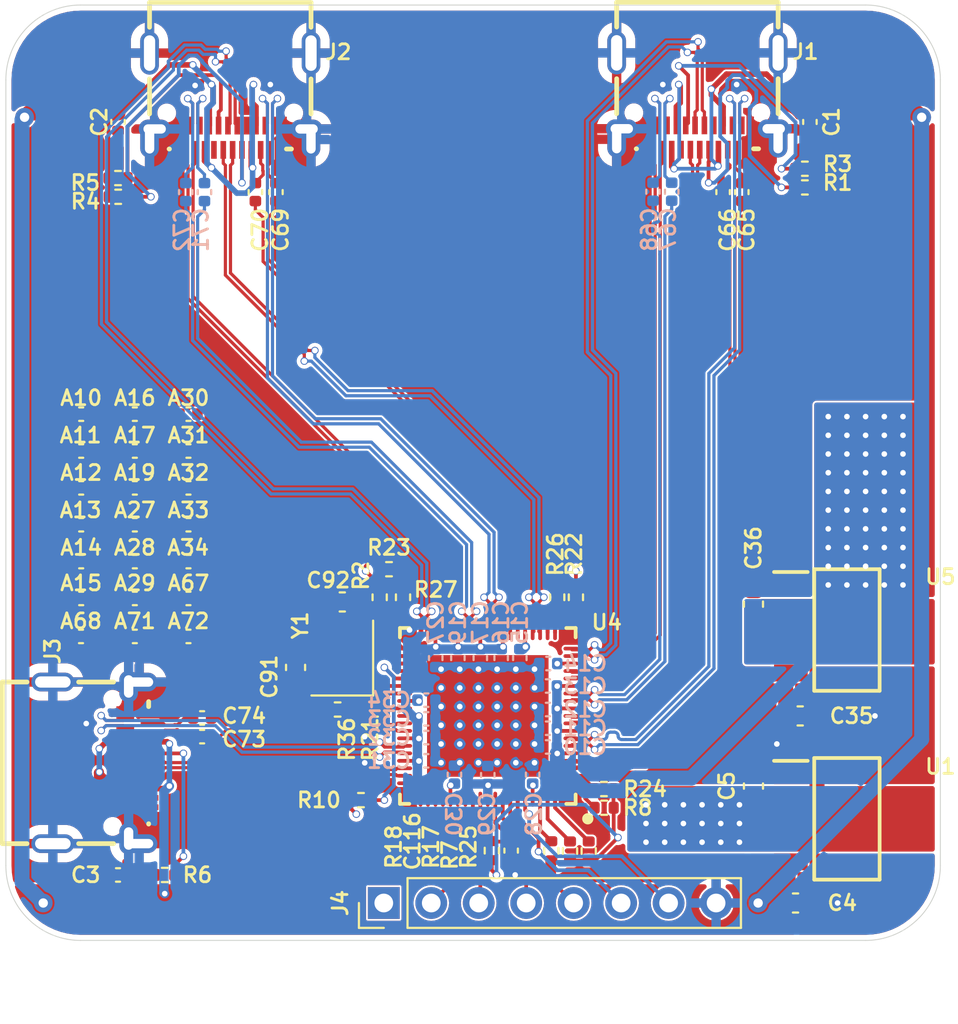
<source format=kicad_pcb>
(kicad_pcb (version 20240108) (generator "pcbnew") (generator_version "8.0")
  (layers (0 "F.Cu" signal) (1 "In1.Cu" power) (2 "In2.Cu" power) (31 "B.Cu" signal) (34 "B.Paste" user) (35 "F.Paste" user) (36 "B.SilkS" user "B.Silkscreen") (37 "F.SilkS" user "F.Silkscreen") (38 "B.Mask" user) (39 "F.Mask" user) (44 "Edge.Cuts" user))
  (net 0 "")
  (net 1 "GND")
  (net 2 "+5V")
  (net 3 "+3V3")
  (net 4 "/USB Hub/+1V0")
  (net 5 "/USB Hub/SSTX1+")
  (net 6 "/USB Hub/SSTX1-")
  (net 7 "/USB Hub/SSTX2+")
  (net 8 "/USB Hub/SSTX2-")
  (net 9 "/USB Hub/SSTX3+")
  (net 10 "/USB Hub/SSTX3-")
  (net 11 "/USB Hub/SSTX4+")
  (net 12 "/USB Hub/SSTX4-")
  (net 13 "/USB Hub/SSTX0+")
  (net 14 "/USB Hub/USB_UFP_TXP")
  (net 15 "/USB Hub/SSTX0-")
  (net 16 "/USB Hub/USB_UFP_TXN")
  (net 17 "/USB Hub/XI")
  (net 18 "/USB Hub/XO")
  (net 19 "/USB Hub/RESET")
  (net 22 "Net-(J1-CC2)")
  (net 23 "Net-(J1-CC1)")
  (net 24 "Net-(J2-CC2)")
  (net 25 "Net-(J2-CC1)")
  (net 30 "/USB Hub/USB_UFP_RXP")
  (net 32 "/USB Hub/USB_UFP_DN")
  (net 35 "Net-(J3-CC1)")
  (net 36 "/USB Hub/USB_UFP_RXN")
  (net 37 "/USB Hub/USB_UFP_DP")
  (net 41 "/USB Hub/USBOC0")
  (net 42 "/USB Hub/USB_DFP1_FLT")
  (net 43 "/USB Hub/USB_DFP0_FLT")
  (net 44 "/USB Hub/VBUSDET")
  (net 45 "/USB Hub/TESTEN")
  (net 46 "/USB Hub/REXT")
  (net 47 "Net-(R21-Pad2)")
  (net 48 "/USB Hub/USB_DFP2_FLT")
  (net 49 "/USB Hub/USB_DFP3_FLT")
  (net 50 "/USB Hub/USB_DFP0_EN")
  (net 51 "/USB Hub/USB_DFP1_EN")
  (net 52 "/USB Hub/USB_DFP2_EN")
  (net 53 "/USB Hub/USB_DFP3_EN")
  (net 56 "/USB Hub/SDA")
  (net 60 "/USB Hub/SCL")
  (net 64 "/USB_DFP0_TX1P")
  (net 65 "/USB_DFP0_TX1N")
  (net 66 "/USB_DFP0_TX2P")
  (net 67 "/USB_DFP0_TX2N")
  (net 68 "/USB_DFP1_TX1P")
  (net 69 "/USB_DFP1_TX1N")
  (net 70 "/USB_DFP1_TX2P")
  (net 71 "/USB_DFP1_TX2N")
  (net 72 "/USB_DFP0_RX1P")
  (net 73 "/USB_DFP0_RX1N")
  (net 74 "/USB_DFP0_D1N")
  (net 75 "/USB_DFP0_D1P")
  (net 76 "/USB_DFP0_RX2P")
  (net 77 "/USB_DFP0_D2N")
  (net 78 "/USB_DFP0_RX2N")
  (net 79 "/USB_DFP0_D2P")
  (net 80 "/USB_DFP1_D2P")
  (net 81 "/USB_DFP1_D2N")
  (net 82 "/USB_DFP1_RX1N")
  (net 83 "/USB_DFP1_RX1P")
  (net 84 "/USB_DFP1_RX2N")
  (net 85 "/USB_DFP1_RX2P")
  (net 86 "/USB_DFP1_D1N")
  (net 87 "/USB_DFP1_D1P")
  (net 89 "/USB Hub/CS")
  (net 90 "/USB Hub/MISO")
  (net 91 "/USB Hub/SCLK")
  (net 92 "/USB Hub/MOSI")
  (footprint "Capacitor_SMD:C_0402_1005Metric" (layer "F.Cu") (at 17.03 44.72)
    (property "Reference" "A15")
    (property "Value" "0.01µF")
  )
  (footprint "Capacitor_SMD:C_0402_1005Metric" (layer "F.Cu") (at 19.9 38.81)
    (property "Reference" "A19")
    (property "Value" "0.01µF")
  )
  (footprint "Capacitor_SMD:C_0402_1005Metric" (layer "F.Cu") (at 23.5 52.107522 180)
    (property "Reference" "C73")
    (property "Value" "0.1µF")
  )
  (footprint "Capacitor_SMD:C_0402_1005Metric" (layer "F.Cu") (at 19.9 34.87)
    (property "Reference" "A16")
    (property "Value" "0.1µF")
  )
  (footprint "Capacitor_SMD:C_0402_1005Metric" (layer "F.Cu") (at 19.9 44.72)
    (property "Reference" "A29")
    (property "Value" "0.1µF")
  )
  (footprint "Capacitor_SMD:C_0402_1005Metric" (layer "F.Cu") (at 22.77 34.87)
    (property "Reference" "A30")
    (property "Value" "0.1µF")
  )
  (footprint "Resistor_SMD:R_0402_1005Metric" (layer "F.Cu") (at 33 44.657522 90)
    (property "Reference" "R2")
    (property "Value" "10k")
  )
  (footprint "Capacitor_SMD:C_0603_1608Metric" (layer "F.Cu") (at 55.5 51)
    (property "Reference" "C35")
    (property "Value" "1µF")
  )
  (footprint "VL822-QFN76:VL822-QFN76" (layer "F.Cu") (at 38.784836 51 180)
    (property "Reference" "U4")
    (property "Value" "VL822-QFN76")
  )
  (footprint "Capacitor_SMD:C_0402_1005Metric" (layer "F.Cu") (at 26.35 23 -90)
    (property "Reference" "C70")
    (property "Value" "0.1µF")
  )
  (footprint "USB-C-SMD_TYPE-C-24P-QT:USB-C-SMD_TYPE-C-24P-QT" (layer "F.Cu") (at 18.1 53.507522 -90)
    (property "Reference" "J3")
    (property "Value" "USB_C_Receptacle")
  )
  (footprint "Resistor_SMD:R_0402_1005Metric" (layer "F.Cu") (at 19 22.25)
    (property "Reference" "R5")
    (property "Value" "22k")
  )
  (footprint "Capacitor_SMD:C_0402_1005Metric" (layer "F.Cu") (at 19 59.5)
    (property "Reference" "C3")
    (property "Value" "0.1μF")
  )
  (footprint "Capacitor_SMD:C_0402_1005Metric" (layer "F.Cu") (at 22.77 38.81)
    (property "Reference" "A32")
    (property "Value" "0.01µF")
  )
  (footprint "Capacitor_SMD:C_0402_1005Metric" (layer "F.Cu") (at 56.02 19.25 -90)
    (property "Reference" "C1")
    (property "Value" "0.1μF")
  )
  (footprint "Capacitor_SMD:C_0402_1005Metric" (layer "F.Cu") (at 17.03 40.78)
    (property "Reference" "A13")
    (property "Value" "0.1µF")
  )
  (footprint "Capacitor_SMD:C_0402_1005Metric" (layer "F.Cu") (at 23.5 51.107522 180)
    (property "Reference" "C74")
    (property "Value" "0.1µF")
  )
  (footprint "Resistor_SMD:R_0402_1005Metric" (layer "F.Cu") (at 30.75 50.657522 180)
    (property "Reference" "R36")
    (property "Value" "2.4k")
  )
  (footprint "Capacitor_SMD:C_0402_1005Metric" (layer "F.Cu") (at 19 19.25 -90)
    (property "Reference" "C2")
    (property "Value" "0.1μF")
  )
  (footprint "Capacitor_SMD:C_0603_1608Metric" (layer "F.Cu") (at 53 54.75 90)
    (property "Reference" "C5")
    (property "Value" "22μF")
  )
  (footprint "Resistor_SMD:R_0402_1005Metric" (layer "F.Cu") (at 32 55.5 180)
    (property "Reference" "R10")
    (property "Value" "4.7k")
  )
  (footprint "Resistor_SMD:R_0402_1005Metric" (layer "F.Cu") (at 42.184836 58.21 90)
    (property "Reference" "R17")
    (property "Value" "4.7k")
  )
  (footprint "Resistor_SMD:R_0402_1005Metric" (layer "F.Cu") (at 33.5 43.157522 180)
    (property "Reference" "R23")
    (property "Value" "10k")
  )
  (footprint "Capacitor_SMD:C_0402_1005Metric" (layer "F.Cu") (at 27.45 23 -90)
    (property "Reference" "C69")
    (property "Value" "0.1µF")
  )
  (footprint "Capacitor_SMD:C_0402_1005Metric" (layer "F.Cu") (at 19.9 36.84)
    (property "Reference" "A17")
    (property "Value" "0.1µF")
  )
  (footprint "Capacitor_SMD:C_0402_1005Metric" (layer "F.Cu") (at 17.03 34.87)
    (property "Reference" "A10")
    (property "Value" "0.1µF")
  )
  (footprint "Capacitor_SMD:C_0402_1005Metric" (layer "F.Cu") (at 22.77 44.72)
    (property "Reference" "A67")
    (property "Value" "0.1µF")
  )
  (footprint "USB-C-SMD_TYPE-C-24P-QT:USB-C-SMD_TYPE-C-24P-QT" (layer "F.Cu") (at 50 18.1455 180)
    (property "Reference" "J1")
    (property "Value" "USB_C_Receptacle")
  )
  (footprint "Capacitor_SMD:C_0402_1005Metric" (layer "F.Cu") (at 19.9 40.78)
    (property "Reference" "A27")
    (property "Value" "0.1µF")
  )
  (footprint "AP7361-10ER-13:SOT230P700X180-4N" (layer "F.Cu") (at 58 46.407522)
    (property "Reference" "U5")
    (property "Value" "AP7361-10ER-13" (hide yes))
  )
  (footprint "Capacitor_SMD:C_0402_1005Metric" (layer "F.Cu") (at 19.9 42.75)
    (property "Reference" "A28")
    (property "Value" "0.1µF")
  )
  (footprint "Resistor_SMD:R_0402_1005Metric" (layer "F.Cu") (at 32.75 50.657522 180)
    (property "Reference" "R21")
    (property "Value" "10k")
  )
  (footprint "Resistor_SMD:R_0402_1005Metric" (layer "F.Cu") (at 55.75 22.75)
    (property "Reference" "R1")
    (property "Value" "22k" (hide yes))
  )
  (footprint "Capacitor_SMD:C_0402_1005Metric" (layer "F.Cu") (at 22.77 42.75)
    (property "Reference" "A34")
    (property "Value" "0.1µF")
  )
  (footprint "Resistor_SMD:R_0402_1005Metric" (layer "F.Cu") (at 43.5 44.657522 -90)
    (property "Reference" "R22")
    (property "Value" "10k")
  )
  (footprint "Capacitor_SMD:C_0603_1608Metric" (layer "F.Cu") (at 31 44.907522)
    (property "Reference" "C92")
    (property "Value" "18pF")
  )
  (footprint "Capacitor_SMD:C_0402_1005Metric" (layer "F.Cu") (at 17.03 42.75)
    (property "Reference" "A14")
    (property "Value" "0.1µF")
  )
  (footprint "Resistor_SMD:R_0402_1005Metric" (layer "F.Cu") (at 43.184836 58.22 90)
    (property "Reference" "R7")
    (property "Value" "10k")
  )
  (footprint "Resistor_SMD:R_0402_1005Metric" (layer "F.Cu") (at 34.25 44.657522 -90)
    (property "Reference" "R27")
    (property "Value" "100k")
  )
  (footprint "Capacitor_SMD:C_0603_1608Metric" (layer "F.Cu") (at 28.5 48.407522 90)
    (property "Reference" "C91")
    (property "Value" "18pF")
  )
  (footprint "Capacitor_SMD:C_0402_1005Metric" (layer "F.Cu") (at 52.375 23 -90)
    (property "Reference" "C65")
    (property "Value" "0.1µF" (hide yes))
  )
  (footprint "Capacitor_SMD:C_0402_1005Metric" (layer "F.Cu") (at 17.02 46.75)
    (property "Reference" "A68")
    (property "Value" "0.1µF")
  )
  (footprint "Capacitor_SMD:C_0402_1005Metric" (layer "F.Cu") (at 17.03 38.81)
    (property "Reference" "A12")
    (property "Value" "0.1µF")
  )
  (footprint "Capacitor_SMD:C_0402_1005Metric" (layer "F.Cu") (at 17.03 36.84)
    (property "Reference" "A11")
    (property "Value" "0.1µF")
  )
  (footprint "Resistor_SMD:R_0402_1005Metric" (layer "F.Cu") (at 45.01 55.907522)
    (property "Reference" "R8")
    (property "Value" "10k")
  )
  (footprint "Connector_PinHeader_2.54mm:PinHeader_1x08_P2.54mm_Vertical" (layer "F.Cu") (at 33.22 61 90)
    (property "Reference" "J4")
    (property "Value" "Conn_01x08")
  )
  (footprint "Capacitor_SMD:C_0603_1608Metric" (layer "F.Cu") (at 53 45.025 90)
    (property "Reference" "C36")
    (property "Value" "4.7μF")
  )
  (footprint "Capacitor_SMD:C_0402_1005Metric" (layer "F.Cu") (at 40.034836 58.2 -90)
    (property "Reference" "C116")
    (property "Value" "1µF")
  )
  (footprint "Resistor_SMD:R_0402_1005Metric" (layer "F.Cu") (at 19.01 23.25 180)
    (property "Reference" "R4")
    (property "Value" "22k")
  )
  (footprint "Capacitor_SMD:C_0603_1608Metric" (layer "F.Cu") (at 55.25 61)
    (property "Reference" "C4")
    (property "Value" "1µF")
  )
  (footprint "AP7361-10ER-13:SOT230P700X180-4N" (layer "F.Cu") (at 58 56.5)
    (property "Reference" "U1")
    (property "Value" "AMS1117-3.3" (hide yes))
  )
  (footprint "Capacitor_SMD:C_0402_1005Metric" (layer "F.Cu") (at 19.9 46.75)
    (property "Reference" "A71")
    (property "Value" "0.1µF")
  )
  (footprint "Capacitor_SMD:C_0402_1005Metric" (layer "F.Cu") (at 51.375 23 -90)
    (property "Reference" "C66")
    (property "Value" "0.1µF" (hide yes))
  )
  (footprint "Resistor_SMD:R_0402_1005Metric" (layer "F.Cu") (at 21.5 59.5 180)
    (property "Reference" "R6")
    (property "Value" "5.1k")
  )
  (footprint "Resistor_SMD:R_0402_1005Metric" (layer "F.Cu") (at 42.5 44.657522 -90)
    (property "Reference" "R26")
    (property "Value" "100k")
  )
  (footprint "Crystal:Crystal_SMD_3225-4Pin_3.2x2.5mm" (layer "F.Cu") (at 31 47.907522 90)
    (property "Reference" "Y1")
    (property "Value" "25MHz")
  )
  (footprint "Resistor_SMD:R_0402_1005Metric" (layer "F.Cu") (at 55.75 21.75 180)
    (property "Reference" "R3")
    (property "Value" "22k")
  )
  (footprint "Capacitor_SMD:C_0402_1005Metric" (layer "F.Cu") (at 22.77 46.75)
    (property "Reference" "A72")
    (property "Value" "0.1µF")
  )
  (footprint "Capacitor_SMD:C_0402_1005Metric" (layer "F.Cu") (at 22.77 36.84)
    (property "Reference" "A31")
    (property "Value" "0.1µF")
  )
  (footprint "Resistor_SMD:R_0402_1005Metric" (layer "F.Cu") (at 39 58.2 -90)
    (property "Reference" "R18")
    (property "Value" "4.7k")
  )
  (footprint "Resistor_SMD:R_0402_1005Metric" (layer "F.Cu") (at 44.184836 58.22 -90)
    (property "Reference" "R25")
    (property "Value" "100k")
  )
  (footprint "USB-C-SMD_TYPE-C-24P-QT:USB-C-SMD_TYPE-C-24P-QT" (layer "F.Cu") (at 25.006991 18.156757 180)
    (property "Reference" "J2")
    (property "Value" "USB_C_Receptacle")
  )
  (footprint "Resistor_SMD:R_0402_1005Metric" (layer "F.Cu") (at 45 54.907522)
    (property "Reference" "R24")
    (property "Value" "100k")
  )
  (footprint "Capacitor_SMD:C_0402_1005Metric" (layer "F.Cu") (at 22.77 40.78)
    (property "Reference" "A33")
    (property "Value" "0.1µF")
  )
  (footprint "Capacitor_SMD:C_0402_1005Metric" (layer "B.Cu") (at 42 51.657522 180)
    (property "Reference" "C11")
    (property "Value" "0.1µF")
  )
  (footprint "Capacitor_SMD:C_0402_1005Metric" (layer "B.Cu") (at 47.625 22.98 -90)
    (property "Reference" "C68")
    (property "Value" "0.1µF" (hide yes))
  )
  (footprint "Capacitor_SMD:C_0402_1005Metric" (layer "B.Cu") (at 35.5 50.157522)
    (property "Reference" "C34")
    (property "Value" "0.1µF")
  )
  (footprint "Capacitor_SMD:C_0402_1005Metric" (layer "B.Cu") (at 42 50.657522 180)
    (property "Reference" "C12")
    (property "Value" "0.1µF")
  )
  (footprint "Capacitor_SMD:C_0402_1005Metric" (layer "B.Cu") (at 37 54.137522 90)
    (property "Reference" "C30")
    (property "Value" "0.1µF")
  )
  (footprint "Capacitor_SMD:C_0402_1005Metric" (layer "B.Cu") (at 35.5 51.157522)
    (property "Reference" "C33")
    (property "Value" "0.1µF")
  )
  (footprint "Capacitor_SMD:C_0402_1005Metric" (layer "B.Cu") (at 35.5 53.4)
    (property "Reference" "C31")
    (property "Value" "0.1µF")
  )
  (footprint "Capacitor_SMD:C_0402_1005Metric" (layer "B.Cu") (at 48.625 22.98 -90)
    (property "Reference" "C67")
    (property "Value" "0.1µF" (hide yes))
  )
  (footprint "Capacitor_SMD:C_0402_1005Metric" (layer "B.Cu") (at 22.625 23 -90)
    (property "Reference" "C72")
    (property "Value" "0.1µF")
  )
  (footprint "Capacitor_SMD:C_0402_1005Metric" (layer "B.Cu") (at 37.184836 47.907522 -90)
    (property "Reference" "C19")
    (property "Value" "0.01µF")
  )
  (footprint "Capacitor_SMD:C_0402_1005Metric" (layer "B.Cu") (at 23.625 23 -90)
    (property "Reference" "C71")
    (property "Value" "0.1µF")
  )
  (footprint "Capacitor_SMD:C_0402_1005Metric" (layer "B.Cu") (at 39.5 47.907522 -90)
    (property "Reference" "C16")
    (property "Value" "0.1µF")
  )
  (footprint "Capacitor_SMD:C_0402_1005Metric" (layer "B.Cu") (at 42 49.4 180)
    (property "Reference" "C13")
    (property "Value" "0.1µF")
  )
  (footprint "Capacitor_SMD:C_0402_1005Metric" (layer "B.Cu") (at 36 47.907522 -90)
    (property "Reference" "C27")
    (property "Value" "0.1µF")
  )
  (footprint "Capacitor_SMD:C_0402_1005Metric" (layer "B.Cu") (at 40.5 47.907522 -90)
    (property "Reference" "C15")
    (property "Value" "0.01µF")
  )
  (footprint "Capacitor_SMD:C_0402_1005Metric" (layer "B.Cu") (at 38.384836 47.907522 -90)
    (property "Reference" "C17")
    (property "Value" "0.1µF")
  )
  (footprint "Capacitor_SMD:C_0402_1005Metric" (layer "B.Cu") (at 35.5 52.157522)
    (property "Reference" "C32")
    (property "Value" "0.01µF")
  )
  (footprint "Capacitor_SMD:C_0402_1005Metric" (layer "B.Cu") (at 42 52.657522 180)
    (property "Reference" "C10")
    (property "Value" "0.1µF")
  )
  (footprint "Capacitor_SMD:C_0402_1005Metric" (layer "B.Cu") (at 38.784836 54.157522 90)
    (property "Reference" "C29")
    (property "Value" "0.1µF")
  )
  (footprint "Capacitor_SMD:C_0402_1005Metric" (layer "B.Cu") (at 41.184836 54.137522 90)
    (property "Reference" "C28")
    (property "Value" "0.1µF")
  )
  (footprint "Capacitor_SMD:C_0402_1005Metric" (layer "B.Cu") (at 42.02 48.2 180)
    (property "Reference" "C14")
    (property "Value" "0.1µF")
  )
  (gr_arc (start 59 13) (mid 61.828427 14.171573) (end 63 17) (stroke (width 0.05)) (layer "Edge.Cuts"))
  (gr_arc (start 17 63) (mid 14.171573 61.828427) (end 13 59) (stroke (width 0.05)) (layer "Edge.Cuts"))
  (gr_line (start 59 63) (end 17 63) (stroke (width 0.05)) (layer "Edge.Cuts"))
  (gr_arc (start 13 17) (mid 14.171573 14.171573) (end 17 13) (stroke (width 0.05)) (layer "Edge.Cuts"))
  (gr_arc (start 63 59) (mid 61.828427 61.828427) (end 59 63) (stroke (width 0.05)) (layer "Edge.Cuts"))
  (gr_line (start 13 59) (end 13 17) (stroke (width 0.05)) (layer "Edge.Cuts"))
  (gr_line (start 63 17) (end 63 59) (stroke (width 0.05)) (layer "Edge.Cuts"))
  (gr_line (start 17 13) (end 59 13) (stroke (width 0.05)) (layer "Edge.Cuts"))
  (segment (start 30.15 49.007522) (end 29.875 49.007522) (width 0.5) (layer "F.Cu") (net 1))
  (segment (start 29.875 49.007522) (end 28.5 47.632522) (width 0.5) (layer "F.Cu") (net 1))
  (via (at 36.284836 51.5) (size 0.5) (drill 0.3) (layers "F.Cu" "B.Cu") (net 1))
  (via (at 37.284836 52.5) (size 0.5) (drill 0.3) (layers "F.Cu" "B.Cu") (net 1))
  (via (at 34.6 46.407522) (size 0.4) (drill 0.3) (layers "F.Cu" "B.Cu") (net 1))
  (via (at 38.284836 53.5) (size 0.5) (drill 0.3) (layers "F.Cu" "B.Cu") (net 1))
  (via (at 37.284836 50.5) (size 0.5) (drill 0.3) (layers "F.Cu" "B.Cu") (net 1))
  (via (at 36.284836 49.5) (size 0.5) (drill 0.3) (layers "F.Cu" "B.Cu") (net 1))
  (via (at 23.125 17.3) (size 0.4) (drill 0.3) (layers "F.Cu" "B.Cu") (net 1))
  (via (at 36.284836 53.5) (size 0.5) (drill 0.3) (layers "F.Cu" "B.Cu") (net 1))
  (via (at 39.284836 50.5) (size 0.5) (drill 0.3) (layers "F.Cu" "B.Cu") (net 1))
  (via (at 37.284836 48.5) (size 0.5) (drill 0.3) (layers "F.Cu" "B.Cu") (net 1))
  (via (at 27.15 17.25) (size 0.4) (drill 0.3) (layers "F.Cu" "B.Cu") (net 1))
  (via (at 52.1 17.25) (size 0.4) (drill 0.3) (layers "F.Cu" "B.Cu") (net 1))
  (via (at 37.284836 49.5) (size 0.5) (drill 0.3) (layers "F.Cu" "B.Cu") (net 1))
  (via (at 39.284836 48.5) (size 0.5) (drill 0.3) (layers "F.Cu" "B.Cu") (net 1))
  (via (at 57.5 61) (size 0.4) (drill 0.3) (layers "F.Cu" "B.Cu") (net 1))
  (via (at 38.284836 51.5) (size 0.5) (drill 0.3) (layers "F.Cu" "B.Cu") (net 1))
  (via (at 39.284836 52.5) (size 0.5) (drill 0.3) (layers "F.Cu" "B.Cu") (net 1))
  (via (at 41.284836 51.5) (size 0.5) (drill 0.3) (layers "F.Cu" "B.Cu") (net 1))
  (via (at 59.5 51) (size 0.4) (drill 0.3) (layers "F.Cu" "B.Cu") (net 1))
  (via (at 17.3 51.407522) (size 0.4) (drill 0.3) (layers "F.Cu" "B.Cu") (net 1))
  (via (at 48.15 17.25) (size 0.4) (drill 0.3) (layers "F.Cu" "B.Cu") (net 1))
  (via (at 37.284836 51.5) (size 0.5) (drill 0.3) (layers "F.Cu" "B.Cu") (net 1))
  (via (at 41.284836 52.5) (size 0.5) (drill 0.3) (layers "F.Cu" "B.Cu") (net 1))
  (via (at 41.284836 50.5) (size 0.5) (drill 0.3) (layers "F.Cu" "B.Cu") (net 1))
  (via (at 41.284836 48.5) (size 0.5) (drill 0.3) (layers "F.Cu" "B.Cu") (net 1))
  (via (at 39.284836 51.5) (size 0.5) (drill 0.3) (layers "F.Cu" "B.Cu") (net 1))
  (via (at 36.284836 48.5) (size 0.5) (drill 0.3) (layers "F.Cu" "B.Cu") (net 1))
  (via (at 40.284836 49.5) (size 0.5) (drill 0.3) (layers "F.Cu" "B.Cu") (net 1))
  (via (at 38.284836 50.5) (size 0.5) (drill 0.3) (layers "F.Cu" "B.Cu") (net 1))
  (via (at 36.284836 50.5) (size 0.5) (drill 0.3) (layers "F.Cu" "B.Cu") (net 1))
  (via (at 40.284836 51.5) (size 0.5) (drill 0.3) (layers "F.Cu" "B.Cu") (net 1))
  (via (at 40.284836 53.5) (size 0.5) (drill 0.3) (layers "F.Cu" "B.Cu") (net 1))
  (via (at 41.284836 49.5) (size 0.5) (drill 0.3) (layers "F.Cu" "B.Cu") (net 1))
  (via (at 38.284836 48.5) (size 0.5) (drill 0.3) (layers "F.Cu" "B.Cu") (net 1))
  (via (at 39.284836 49.5) (size 0.5) (drill 0.3) (layers "F.Cu" "B.Cu") (net 1))
  (via (at 40.284836 48.5) (size 0.5) (drill 0.3) (layers "F.Cu" "B.Cu") (net 1))
  (via (at 37.284836 53.5) (size 0.5) (drill 0.3) (layers "F.Cu" "B.Cu") (net 1))
  (via (at 32.2 53.507522) (size 0.4) (drill 0.3) (layers "F.Cu" "B.Cu") (net 1))
  (via (at 39.284836 53.5) (size 0.5) (drill 0.3) (layers "F.Cu" "B.Cu") (net 1))
  (via (at 41.284836 53.5) (size 0.5) (drill 0.3) (layers "F.Cu" "B.Cu") (net 1))
  (via (at 38.284836 52.5) (size 0.5) (drill 0.3) (layers "F.Cu" "B.Cu") (net 1))
  (via (at 40.284836 52.5) (size 0.5) (drill 0.3) (layers "F.Cu" "B.Cu") (net 1))
  (via (at 32.2 52.107522) (size 0.4) (drill 0.3) (layers "F.Cu" "B.Cu") (net 1))
  (via (at 38.284836 49.5) (size 0.5) (drill 0.3) (layers "F.Cu" "B.Cu") (net 1))
  (via (at 40.284836 50.5) (size 0.5) (drill 0.3) (layers "F.Cu" "B.Cu") (net 1))
  (via (at 36.284836 52.5) (size 0.5) (drill 0.3) (layers "F.Cu" "B.Cu") (net 1))
  (via (at 40.25 59.5) (size 0.4) (drill 0.3) (layers "F.Cu" "B.Cu") (net 1))
  (via (at 54.25 52.5) (size 0.4) (drill 0.3) (layers "F.Cu" "B.Cu") (net 1))
  (segment (start 48.625 21.625) (end 48.75 21.75) (width 0.3) (layer "F.Cu") (net 2))
  (segment (start 50.75 17.5) (end 50.75 17.808475) (width 0.3) (layer "F.Cu") (net 2))
  (segment (start 24.085991 17.335991) (end 24 17.25) (width 0.3) (layer "F.Cu") (net 2))
  (segment (start 23.631991 21.331991) (end 24 21.7) (width 0.3) (layer "F.Cu") (net 2))
  (segment (start 48.875 19.4335) (end 48.875 18.433475) (width 0.3) (layer "F.Cu") (net 2))
  (segment (start 19.388 52.132522) (end 18.617478 52.132522) (width 0.3) (layer "F.Cu") (net 2))
  (segment (start 55.77 18.77) (end 56.02 18.77) (width 0.3) (layer "F.Cu") (net 2))
  (segment (start 56.26 22.75) (end 56.26 21.75) (width 0.2) (layer "F.Cu") (net 2))
  (segment (start 17.959 58.939) (end 17.959 54.041) (width 0.5) (layer "F.Cu") (net 2))
  (segment (start 56.53 19.28) (end 56.02 18.77) (width 0.2) (layer "F.Cu") (net 2))
  (segment (start 18.5 23.25) (end 18.5 22.26) (width 0.2) (layer "F.Cu") (net 2))
  (segment (start 56.26 21.75) (end 56.53 21.48) (width 0.2) (layer "F.Cu") (net 2))
  (segment (start 49.079 18.229475) (end 49.079 17.329) (width 0.3) (layer "F.Cu") (net 2))
  (segment (start 23.881991 19.444757) (end 23.881991 18.433475) (width 0.3) (layer "F.Cu") (net 2))
  (segment (start 51.125 21.575) (end 51.1 21.6) (width 0.3) (layer "F.Cu") (net 2))
  (segment (start 26.177991 18.229475) (end 26.177991 17.322009) (width 0.3) (layer "F.Cu") (net 2))
  (segment (start 49.079 17.329) (end 49 17.25) (width 0.3) (layer "F.Cu") (net 2))
  (segment (start 26.381991 18.433475) (end 26.177991 18.229475) (width 0.3) (layer "F.Cu") (net 2))
  (segment (start 18.49 19.3) (end 18.49 22.25) (width 0.2) (layer "F.Cu") (net 2))
  (segment (start 18.617478 52.132522) (end 18 52.75) (width 0.3) (layer "F.Cu") (net 2))
  (segment (start 19.388 54.632522) (end 18.632522 54.632522) (width 0.3) (layer "F.Cu") (net 2))
  (segment (start 18.5 22.26) (end 18.49 22.25) (width 0.2) (layer "F.Cu") (net 2))
  (segment (start 21.767408 16.2) (end 19.197408 18.77) (width 0.3) (layer "F.Cu") (net 2))
  (segment (start 61.77 18.77) (end 62 19) (width 0.8) (layer "F.Cu") (net 2))
  (segment (start 26.131991 21.631991) (end 26.2 21.7) (width 0.3) (layer "F.Cu") (net 2))
  (segment (start 21.617478 54.882522) (end 21.75 54.75) (width 0.3) (layer "F.Cu") (net 2))
  (segment (start 18.48 19.29) (end 18.49 19.3) (width 0.2) (layer "F.Cu") (net 2))
  (segment (start 50.75 17.5) (end 51.554 16.696) (width 0.3) (layer "F.Cu") (net 2))
  (segment (start 19 18.77) (end 14.23 18.77) (width 0.8) (layer "F.Cu") (net 2))
  (segment (start 20.687 54.882522) (end 21.617478 54.882522) (width 0.3) (layer "F.Cu") (net 2))
  (segment (start 19.197408 18.77) (end 19 18.77) (width 0.3) (layer "F.Cu") (net 2))
  (segment (start 24.085991 18.229475) (end 24.085991 17.335991) (width 0.3) (layer "F.Cu") (net 2))
  (segment (start 23.631991 20.743757) (end 23.631991 21.331991) (width 0.3) (layer "F.Cu") (net 2))
  (segment (start 18.52 60.27) (end 18.75 60.5) (width 0.5) (layer "F.Cu") (net 2))
  (segment (start 20.687 52.382522) (end 21.632522 52.382522) (width 0.3) (layer "F.Cu") (net 2))
  (segment (start 51.375 18.433475) (end 51.375 19.4335) (width 0.3) (layer "F.Cu") (net 2))
  (segment (start 26.131991 20.743757) (end 26.131991 21.631991) (width 0.3) (layer "F.Cu") (net 2))
  (segment (start 14.23 18.77) (end 14 19) (width 0.8) (layer "F.Cu") (net 2))
  (segment (start 18.52 59.5) (end 18.52 60.27) (width 0.5) (layer "F.Cu") (net 2))
  (segment (start 51.125 20.7325) (end 51.125 21.575) (width 0.3) (layer "F.Cu") (net 2))
  (segment (start 23.881991 18.433475) (end 24.085991 18.229475) (width 0.3) (layer "F.Cu") (net 2))
  (segment (start 26.381991 19.444757) (end 26.381991 18.433475) (width 0.3) (layer "F.Cu") (net 2))
  (segment (start 48.625 20.7325) (end 48.625 21.625) (width 0.3) (layer "F.Cu") (net 2))
  (segment (start 21.632522 52.382522) (end 21.75 52.5) (width 0.3) (layer "F.Cu") (net 2))
  (segment (start 53.696 16.696) (end 55.77 18.77) (width 0.3) (layer "F.Cu") (net 2))
  (segment (start 56.02 18.77) (end 61.77 18.77) (width 0.8) (layer "F.Cu") (net 2))
  (segment (start 17.959 54.041) (end 18 54) (width 0.5) (layer "F.Cu") (net 2))
  (segment (start 50.75 17.808475) (end 51.375 18.433475) (width 0.3) (layer "F.Cu") (net 2))
  (segment (start 23 16.2) (end 21.767408 16.2) (width 0.3) (layer "F.Cu") (net 2))
  (segment (start 51.554 16.696) (end 53.696 16.696) (width 0.3) (layer "F.Cu") (net 2))
  (segment (start 18.52 59.5) (end 17.959 58.939) (width 0.5) (layer "F.Cu") (net 2))
  (segment (start 18.632522 54.632522) (end 18 54) (width 0.3) (layer "F.Cu") (net 2))
  (segment (start 56.53 21.48) (end 56.53 19.28) (width 0.2) (layer "F.Cu") (net 2))
  (segment (start 48.875 18.433475) (end 49.079 18.229475) (width 0.3) (layer "F.Cu") (net 2))
  (segment (start 18.48 19.29) (end 19 18.77) (width 0.2) (layer "F.Cu") (net 2))
  (segment (start 26.177991 17.322009) (end 26.25 17.25) (width 0.3) (layer "F.Cu") (net 2))
  (via (at 18 54) (size 0.4) (drill 0.3) (layers "F.Cu" "B.Cu") (net 2))
  (via (at 18 52.75) (size 0.4) (drill 0.3) (layers "F.Cu" "B.Cu") (net 2))
  (via (at 26.2 21.7) (size 0.4) (drill 0.3) (layers "F.Cu" "B.Cu") (net 2))
  (via (at 50.75 17.5) (size 0.4) (drill 0.3) (layers "F.Cu" "B.Cu") (net 2))
  (via (at 21.75 52.5) (size 0.4) (drill 0.3) (layers "F.Cu" "B.Cu") (net 2))
  (via (at 21.5 60.5) (size 0.4) (drill 0.3) (layers "F.Cu" "B.Cu") (net 2))
  (via (at 24 21.7) (size 0.4) (drill 0.3) (layers "F.Cu" "B.Cu") (net 2))
  (via (at 62 19) (size 1) (drill 0.5) (layers "F.Cu" "B.Cu") (net 2))
  (via (at 26.25 17.25) (size 0.4) (drill 0.3) (layers "F.Cu" "B.Cu") (net 2))
  (via (at 24 17.25) (size 0.4) (drill 0.3) (layers "F.Cu" "B.Cu") (net 2))
  (via (at 53.25 61) (size 1) (drill 0.5) (layers "F.Cu" "B.Cu") (net 2))
  (via (at 49 17.25) (size 0.4) (drill 0.3) (layers "F.Cu" "B.Cu") (net 2))
  (via (at 48.75 21.75) (size 0.4) (drill 0.3) (layers "F.Cu" "B.Cu") (net 2))
  (via (at 21.75 54.75) (size 0.4) (drill 0.3) (layers "F.Cu" "B.Cu") (net 2))
  (via (at 23 16.2) (size 0.4) (drill 0.3) (layers "F.Cu" "B.Cu") (net 2))
  (via (at 15 61) (size 1) (drill 0.5) (layers "F.Cu" "B.Cu") (net 2))
  (via (at 14 19) (size 1) (drill 0.5) (layers "F.Cu" "B.Cu") (net 2))
  (via (at 51.1 21.6) (size 0.4) (drill 0.3) (layers "F.Cu" "B.Cu") (net 2))
  (segment (start 21.75 52.5) (end 21.75 54.75) (width 0.3) (layer "B.Cu") (net 2))
  (segment (start 48.75 21.5) (end 49.029 21.221) (width 0.2) (layer "B.Cu") (net 2))
  (segment (start 23 16.2) (end 23 16.25) (width 0.3) (layer "B.Cu") (net 2))
  (segment (start 24.085991 18.229475) (end 24.085991 17.335991) (width 0.3) (layer "B.Cu") (net 2))
  (segment (start 23 16.25) (end 24 17.25) (width 0.3) (layer "B.Cu") (net 2))
  (segment (start 48.75 21.75) (end 48.75 21.5) (width 0.2) (layer "B.Cu") (net 2))
  (segment (start 62 52.25) (end 62 19) (width 0.8) (layer "B.Cu") (net 2))
  (segment (start 24 17.25) (end 24.054 17.304) (width 0.3) (layer "B.Cu") (net 2))
  (segment (start 21.5 60.5) (end 21.457 60.457) (width 0.5) (layer "B.Cu") (net 2))
  (segment (start 26.177991 17.322009) (end 26.25 17.25) (width 0.3) (layer "B.Cu") (net 2))
  (segment (start 21.457 55.043) (end 21.75 54.75) (width 0.5) (layer "B.Cu") (net 2))
  (segment (start 49.029 17.279) (end 49 17.25) (width 0.2) (layer "B.Cu") (net 2))
  (segment (start 50.75 17.5) (end 50.75 21.25) (width 0.2) (layer "B.Cu") (net 2))
  (segment (start 14 19) (end 13.863 19.137) (width 0.8) (layer "B.Cu") (net 2))
  (segment (start 25.354 23.054) (end 25.861466 23.054) (width 0.3) (layer "B.Cu") (net 2))
  (segment (start 26.2 21.7) (end 26.177991 21.677991) (width 0.3) (layer "B.Cu") (net 2))
  (segment (start 51.1 21.6) (end 50.95 21.75) (width 0.2) (layer "B.Cu") (net 2))
  (segment (start 24 21.7) (end 25.354 23.054) (width 0.3) (layer "B.Cu") (net 2))
  (segment (start 49.029 21.221) (end 49.029 17.279) (width 0.2) (layer "B.Cu") (net 2))
  (segment (start 18 52.75) (end 18 54) (width 0.3) (layer "B.Cu") (net 2))
  (segment (start 25.861466 23.054) (end 26.2 22.715466) (width 0.3) (layer "B.Cu") (net 2))
  (segment (start 13.863 19.137) (end 13.863 59.863) (width 0.8) (layer "B.Cu") (net 2))
  (segment (start 53.25 61) (end 62 52.25) (width 0.8) (layer "B.Cu") (net 2))
  (segment (start 50.95 21.75) (end 48.75 21.75) (width 0.2) (layer "B.Cu") (net 2))
  (segment (start 50.75 21.25) (end 51.1 21.6) (width 0.2) (layer "B.Cu") (net 2))
  (segment (start 24.085991 17.335991) (end 24 17.25) (width 0.3) (layer "B.Cu") (net 2))
  (segment (start 23.761466 21.461466) (end 23.761466 18.554) (width 0.3) (layer "B.Cu") (net 2))
  (segment (start 26.177991 21.677991) (end 26.177991 17.322009) (width 0.3) (layer "B.Cu") (net 2))
  (segment (start 26.2 22.715466) (end 26.2 21.7) (width 0.3) (layer "B.Cu") (net 2))
  (segment (start 23.761466 18.554) (end 24.085991 18.229475) (width 0.3) (layer "B.Cu") (net 2))
  (segment (start 21.457 60.457) (end 21.457 55.043) (width 0.5) (layer "B.Cu") (net 2))
  (segment (start 13.863 59.863) (end 15 61) (width 0.8) (layer "B.Cu") (net 2))
  (segment (start 24 21.7) (end 23.761466 21.461466) (width 0.3) (layer "B.Cu") (net 2))
  (segment (start 42.5 44.147522) (end 43.5 44.147522) (width 0.2) (layer "F.Cu") (net 3))
  (segment (start 34.25 44.147522) (end 34.25 43.397522) (width 0.2) (layer "F.Cu") (net 3))
  (segment (start 34.25 43.397522) (end 34.01 43.157522) (width 0.2) (layer "F.Cu") (net 3))
  (segment (start 54.725 51) (end 54.725 48.982522) (width 0.8) (layer "F.Cu") (net 3))
  (segment (start 33 44.147522) (end 33 44) (width 0.2) (layer "F.Cu") (net 3))
  (segment (start 45.51 54.907522) (end 45.51 55.897522) (width 0.2) (layer "F.Cu") (net 3))
  (segment (start 32.25 43) (end 32.25 43.25) (width 0.2) (layer "F.Cu") (net 3))
  (segment (start 44.184836 58.73) (end 44.52 58.73) (width 0.2) (layer "F.Cu") (net 3))
  (segment (start 54.725 48.982522) (end 55 48.707522) (width 0.8) (layer "F.Cu") (net 3))
  (segment (start 40.783836 47.291358) (end 40.8 47.307522) (width 0.2) (layer "F.Cu") (net 3))
  (segment (start 31.49 55.99) (end 31.75 56.25) (width 0.2) (layer "F.Cu") (net 3))
  (segment (start 44.52 58.73) (end 45.75 57.5) (width 0.2) (layer "F.Cu") (net 3))
  (segment (start 40.783836 46.55) (end 40.783836 47.291358) (width 0.2) (layer "F.Cu") (net 3))
  (segment (start 32.612478 42.637522) (end 32.25 43) (width 0.2) (layer "F.Cu") (net 3))
  (segment (start 41.184836 55.45) (end 41.184836 54.722686) (width 0.2) (layer "F.Cu") (net 3))
  (segment (start 54.725 51) (end 56.4 52.675) (width 0.8) (layer "F.Cu") (net 3))
  (segment (start 44.184836 58.73) (end 44.184836 58.6) (width 0.3) (layer "F.Cu") (net 3))
  (segment (start 36.785836 55.45) (end 36.785836 54.721686) (width 0.2) (layer "F.Cu") (net 3))
  (segment (start 45.52 55.907522) (end 45.52 57.27) (width 0.2) (layer "F.Cu") (net 3))
  (segment (start 33.49 42.637522) (end 32.612478 42.637522) (width 0.2) (layer "F.Cu") (net 3))
  (segment (start 45.51 55.897522) (end 45.52 55.907522) (width 0.2) (layer "F.Cu") (net 3))
  (segment (start 31.49 55.5) (end 31.49 55.99) (width 0.2) (layer "F.Cu") (net 3))
  (segment (start 42.506522 48.201) (end 42.5 48.207522) (width 0.2) (layer "F.Cu") (net 3))
  (segment (start 43.5 44.147522) (end 43.5 43.25) (width 0.2) (layer "F.Cu") (net 3))
  (segment (start 41.184836 54.722686) (end 41.2 54.707522) (width 0.2) (layer "F.Cu") (net 3))
  (segment (start 39 58.71) (end 39 59.25) (width 0.2) (layer "F.Cu") (net 3))
  (segment (start 43.184836 58.73) (end 44.184836 58.73) (width 0.2) (layer "F.Cu") (net 3))
  (segment (start 43.234836 48.201) (end 42.506522 48.201) (width 0.2) (layer "F.Cu") (net 3))
  (segment (start 45.52 57.27) (end 45.75 57.5) (width 0.2) (layer "F.Cu") (net 3))
  (segment (start 34.334836 50.2) (end 35.092478 50.2) (width 0.2) (layer "F.Cu") (net 3))
  (segment (start 35.092478 50.2) (end 35.1 50.207522) (width 0.2) (layer "F.Cu") (net 3))
  (segment (start 34.01 43.157522) (end 33.49 42.637522) (width 0.2) (layer "F.Cu") (net 3))
  (segment (start 39 59.25) (end 39.25 59.5) (width 0.2) (layer "F.Cu") (net 3))
  (segment (start 33 44) (end 32.25 43.25) (width 0.2) (layer "F.Cu") (net 3))
  (segment (start 56.4 55.1) (end 55 56.5) (width 0.8) (layer "F.Cu") (net 3))
  (segment (start 56.4 52.675) (end 56.4 55.1) (width 0.8) (layer "F.Cu") (net 3))
  (segment (start 36.785836 54.721686) (end 36.8 54.707522) (width 0.2) (layer "F.Cu") (net 3))
  (via (at 35.1 50.207522) (size 0.4) (drill 0.3) (layers "F.Cu" "B.Cu") (net 3))
  (via (at 41.2 54.707522) (size 0.4) (drill 0.3) (layers "F.Cu" "B.Cu") (net 3))
  (via (at 49.25 57.75) (size 0.4) (drill 0.3) (layers "F.Cu" "B.Cu") (net 3))
  (via (at 47.25 56.75) (size 0.4) (drill 0.3) (layers "F.Cu" "B.Cu") (net 3))
  (via (at 39.25 59.5) (size 0.4) (drill 0.3) (layers "F.Cu" "B.Cu") (net 3))
  (via (at 48.25 57.75) (size 0.4) (drill 0.3) (layers "F.Cu" "B.Cu") (net 3))
  (via (at 42.5 48.207522) (size 0.4) (drill 0.3) (layers "F.Cu" "B.Cu") (net 3))
  (via (at 47.25 55.75) (size 0.4) (drill 0.3) (layers "F.Cu" "B.Cu") (net 3))
  (via (at 50.25 57.75) (size 0.4) (drill 0.3) (layers "F.Cu" "B.Cu") (net 3))
  (via (at 36.8 54.707522) (size 0.4) (drill 0.3) (layers "F.Cu" "B.Cu") (net 3))
  (via (at 50.25 56.75) (size 0.4) (drill 0.3) (layers "F.Cu" "B.Cu") (net 3))
  (via (at 52.25 57.75) (size 0.4) (drill 0.3) (layers "F.Cu" "B.Cu") (net 3))
  (via (at 43.5 43.25) (size 0.4) (drill 0.3) (layers "F.Cu" "B.Cu") (net 3))
  (via (at 48.25 55.75) (size 0.4) (drill 0.3) (layers "F.Cu" "B.Cu") (net 3))
  (via (at 48.25 56.75) (size 0.4) (drill 0.3) (layers "F.Cu" "B.Cu") (net 3))
  (via (at 40.8 47.307522) (size 0.4) (drill 0.3) (layers "F.Cu" "B.Cu") (net 3))
  (via (at 51.25 57.75) (size 0.4) (drill 0.3) (layers "F.Cu" "B.Cu") (net 3))
  (via (at 51.25 56.75) (size 0.4) (drill 0.3) (layers "F.Cu" "B.Cu") (net 3))
  (via (at 31.75 56.25) (size 0.4) (drill 0.3) (layers "F.Cu" "B.Cu") (net 3))
  (via (at 49.25 55.75) (size 0.4) (drill 0.3) (layers "F.Cu" "B.Cu") (net 3))
  (via (at 49.25 56.75) (size 0.4) (drill 0.3) (layers "F.Cu" "B.Cu") (net 3))
  (via (at 51.25 55.75) (size 0.4) (drill 0.3) (layers "F.Cu" "B.Cu") (net 3))
  (via (at 50.25 55.75) (size 0.4) (drill 0.3) (layers "F.Cu" "B.Cu") (net 3))
  (via (at 32.25 43.25) (size 0.4) (drill 0.3) (layers "F.Cu" "B.Cu") (net 3))
  (via (at 52.25 56.75) (size 0.4) (drill 0.3) (layers "F.Cu" "B.Cu") (net 3))
  (via (at 52.25 55.75) (size 0.4) (drill 0.3) (layers "F.Cu" "B.Cu") (net 3))
  (via (at 47.25 57.75) (size 0.4) (drill 0.3) (layers "F.Cu" "B.Cu") (net 3))
  (via (at 45.75 57.5) (size 0.4) (drill 0.3) (layers "F.Cu" "B.Cu") (net 3))
  (segment (start 36.91 54.707522) (end 37 54.617522) (width 0.2) (layer "B.Cu") (net 3))
  (segment (start 39.25 56.657522) (end 40.161522 55.746) (width 0.2) (layer "B.Cu") (net 3))
  (segment (start 40.5 47.427522) (end 40.68 47.427522) (width 0.5) (layer "B.Cu") (net 3))
  (segment (start 43.996 55.746) (end 45.75 57.5) (width 0.2) (layer "B.Cu") (net 3))
  (segment (start 36.8 54.707522) (end 36.91 54.707522) (width 0.2) (layer "B.Cu") (net 3))
  (segment (start 40.68 47.427522) (end 40.8 47.307522) (width 0.5) (layer "B.Cu") (net 3))
  (segment (start 39.25 59.5) (end 39.25 56.657522) (width 0.2) (layer "B.Cu") (net 3))
  (segment (start 40.161522 55.746) (end 43.996 55.746) (width 0.2) (layer "B.Cu") (net 3))
  (segment (start 43.234836 51.8) (end 42.507522 51.8) (width 0.2) (layer "F.Cu") (net 4))
  (segment (start 37.184836 46.55) (end 37.184836 47.292358) (width 0.2) (layer "F.Cu") (net 4))
  (segment (start 35.091478 52.199) (end 35.1 52.207522) (width 0.2) (layer "F.Cu") (net 4))
  (segment (start 38.784836 54.722686) (end 38.8 54.707522) (width 0.2) (layer "F.Cu") (net 4))
  (segment (start 43.234836 52.999) (end 42.508522 52.999) (width 0.2) (layer "F.Cu") (net 4))
  (segment (start 38.385836 47.293358) (end 38.4 47.307522) (width 0.2) (layer "F.Cu") (net 4))
  (segment (start 35.092478 51) (end 35.1 51.007522) (width 0.2) (layer "F.Cu") (net 4))
  (segment (start 35.985836 47.293358) (end 36 47.307522) (width 0.2) (layer "F.Cu") (net 4))
  (segment (start 43.234836 50.601) (end 42.506522 50.601) (width 0.2) (layer "F.Cu") (net 4))
  (segment (start 43.234836 49.4) (end 42.507522 49.4) (width 0.2) (layer "F.Cu") (net 4))
  (segment (start 39.584836 46.55) (end 39.584836 47.292358) (width 0.2) (layer "F.Cu") (net 4))
  (segment (start 42.506522 50.601) (end 42.5 50.607522) (width 0.2) (layer "F.Cu") (net 4))
  (segment (start 34.334836 53.4) (end 35.092478 53.4) (width 0.2) (layer "F.Cu") (net 4))
  (segment (start 42.507522 49.4) (end 42.5 49.407522) (width 0.2) (layer "F.Cu") (net 4))
  (segment (start 39.584836 47.292358) (end 39.6 47.307522) (width 0.2) (layer "F.Cu") (net 4))
  (segment (start 37.184836 47.292358) (end 37.2 47.307522) (width 0.2) (layer "F.Cu") (net 4))
  (segment (start 34.334836 52.199) (end 35.091478 52.199) (width 0.2) (layer "F.Cu") (net 4))
  (segment (start 42.508522 52.999) (end 42.5 53.007522) (width 0.2) (layer "F.Cu") (net 4))
  (segment (start 38.784836 55.45) (end 38.784836 54.722686) (width 0.2) (layer "F.Cu") (net 4))
  (segment (start 35.985836 46.55) (end 35.985836 47.293358) (width 0.2) (layer "F.Cu") (net 4))
  (segment (start 34.334836 51) (end 35.092478 51) (width 0.2) (layer "F.Cu") (net 4))
  (segment (start 38.385836 46.55) (end 38.385836 47.293358) (width 0.2) (layer "F.Cu") (net 4))
  (segment (start 35.092478 53.4) (end 35.1 53.407522) (width 0.2) (layer "F.Cu") (net 4))
  (segment (start 42.507522 51.8) (end 42.5 51.807522) (width 0.2) (layer "F.Cu") (net 4))
  (via (at 60 40) (size 0.4) (drill 0.3) (layers "F.Cu" "B.Cu") (net 4))
  (via (at 59 35) (size 0.4) (drill 0.3) (layers "F.Cu" "B.Cu") (net 4))
  (via (at 57 36) (size 0.4) (drill 0.3) (layers "F.Cu" "B.Cu") (net 4))
  (via (at 57 42) (size 0.4) (drill 0.3) (layers "F.Cu" "B.Cu") (net 4))
  (via (at 58 43) (size 0.4) (drill 0.3) (layers "F.Cu" "B.Cu") (net 4))
  (via (at 59 40) (size 0.4) (drill 0.3) (layers "F.Cu" "B.Cu") (net 4))
  (via (at 59 36) (size 0.4) (drill 0.3) (layers "F.Cu" "B.Cu") (net 4))
  (via (at 61 36) (size 0.4) (drill 0.3) (layers "F.Cu" "B.Cu") (net 4))
  (via (at 37.2 47.307522) (size 0.4) (drill 0.3) (layers "F.Cu" "B.Cu") (net 4))
  (via (at 61 43) (size 0.4) (drill 0.3) (layers "F.Cu" "B.Cu") (net 4))
  (via (at 60 42) (size 0.4) (drill 0.3) (layers "F.Cu" "B.Cu") (net 4))
  (via (at 59 43) (size 0.4) (drill 0.3) (layers "F.Cu" "B.Cu") (net 4))
  (via (at 58 39) (size 0.4) (drill 0.3) (layers "F.Cu" "B.Cu") (net 4))
  (via (at 57 40) (size 0.4) (drill 0.3) (layers "F.Cu" "B.Cu") (net 4))
  (via (at 57 44) (size 0.4) (drill 0.3) (layers "F.Cu" "B.Cu") (net 4))
  (via (at 58 41) (size 0.4) (drill 0.3) (layers "F.Cu" "B.Cu") (net 4))
  (via (at 61 39) (size 0.4) (drill 0.3) (layers "F.Cu" "B.Cu") (net 4))
  (via (at 60 37) (size 0.4) (drill 0.3) (layers "F.Cu" "B.Cu") (net 4))
  (via (at 61 38) (size 0.4) (drill 0.3) (layers "F.Cu" "B.Cu") (net 4))
  (via (at 35.1 52.207522) (size 0.4) (drill 0.3) (layers "F.Cu" "B.Cu") (net 4))
  (via (at 59 41) (size 0.4) (drill 0.3) (layers "F.Cu" "B.Cu") (net 4))
  (via (at 57 43) (size 0.4) (drill 0.3) (layers "F.Cu" "B.Cu") (net 4))
  (via (at 35.1 53.407522) (size 0.4) (drill 0.3) (layers "F.Cu" "B.Cu") (net 4))
  (via (at 58 38) (size 0.4) (drill 0.3) (layers "F.Cu" "B.Cu") (net 4))
  (via (at 57 38) (size 0.4) (drill 0.3) (layers "F.Cu" "B.Cu") (net 4))
  (via (at 42.5 49.407522) (size 0.4) (drill 0.3) (layers "F.Cu" "B.Cu") (net 4))
  (via (at 59 44) (size 0.4) (drill 0.3) (layers "F.Cu" "B.Cu") (net 4))
  (via (at 60 44) (size 0.4) (drill 0.3) (layers "F.Cu" "B.Cu") (net 4))
  (via (at 60 39) (size 0.4) (drill 0.3) (layers "F.Cu" "B.Cu") (net 4))
  (via (at 60 35) (size 0.4) (drill 0.3) (layers "F.Cu" "B.Cu") (net 4))
  (via (at 58 36) (size 0.4) (drill 0.3) (layers "F.Cu" "B.Cu") (net 4))
  (via (at 61 44) (size 0.4) (drill 0.3) (layers "F.Cu" "B.Cu") (net 4))
  (via (at 59 42) (size 0.4) (drill 0.3) (layers "F.Cu" "B.Cu") (net 4))
  (via (at 38.4 47.307522) (size 0.4) (drill 0.3) (layers "F.Cu" "B.Cu") (net 4))
  (via (at 58 37) (size 0.4) (drill 0.3) (layers "F.Cu" "B.Cu") (net 4))
  (via (at 61 41) (size 0.4) (drill 0.3) (layers "F.Cu" "B.Cu") (net 4))
  (via (at 60 43) (size 0.4) (drill 0.3) (layers "F.Cu" "B.Cu") (net 4))
  (via (at 60 38) (size 0.4) (drill 0.3) (layers "F.Cu" "B.Cu") (net 4))
  (via (at 57 39) (size 0.4) (drill 0.3) (layers "F.Cu" "B.Cu") (net 4))
  (via (at 42.5 50.607522) (size 0.4) (drill 0.3) (layers "F.Cu" "B.Cu") (net 4))
  (via (at 42.5 51.807522) (size 0.4) (drill 0.3) (layers "F.Cu" "B.Cu") (net 4))
  (via (at 38.8 54.707522) (size 0.4) (drill 0.3) (layers "F.Cu" "B.Cu") (net 4))
  (via (at 58 40) (size 0.4) (drill 0.3) (layers "F.Cu" "B.Cu") (net 4))
  (via (at 58 44) (size 0.4) (drill 0.3) (layers "F.Cu" "B.Cu") (net 4))
  (via (at 61 42) (size 0.4) (drill 0.3) (layers "F.Cu" "B.Cu") (net 4))
  (via (at 59 37) (size 0.4) (drill 0.3) (layers "F.Cu" "B.Cu") (net 4))
  (via (at 58 42) (size 0.4) (drill 0.3) (layers "F.Cu" "B.Cu") (net 4))
  (via (at 60 36) (size 0.4) (drill 0.3) (layers "F.Cu" "B.Cu") (net 4))
  (via (at 61 35) (size 0.4) (drill 0.3) (layers "F.Cu" "B.Cu") (net 4))
  (via (at 36 47.307522) (size 0.4) (drill 0.3) (layers "F.Cu" "B.Cu") (net 4))
  (via (at 59 39) (size 0.4) (drill 0.3) (layers "F.Cu" "B.Cu") (net 4))
  (via (at 35.1 51.007522) (size 0.4) (drill 0.3) (layers "F.Cu" "B.Cu") (net 4))
  (via (at 57 35) (size 0.4) (drill 0.3) (layers "F.Cu" "B.Cu") (net 4))
  (via (at 61 40) (size 0.4) (drill 0.3) (layers "F.Cu" "B.Cu") (net 4))
  (via (at 57 37) (size 0.4) (drill 0.3) (layers "F.Cu" "B.Cu") (net 4))
  (via (at 39.6 47.307522) (size 0.4) (drill 0.3) (layers "F.Cu" "B.Cu") (net 4))
  (via (at 58 35) (size 0.4) (drill 0.3) (layers "F.Cu" "B.Cu") (net 4))
  (via (at 42.5 53.007522) (size 0.4) (drill 0.3) (layers "F.Cu" "B.Cu") (net 4))
  (via (at 61 37) (size 0.4) (drill 0.3) (layers "F.Cu" "B.Cu") (net 4))
  (via (at 57 41) (size 0.4) (drill 0.3) (layers "F.Cu" "B.Cu") (net 4))
  (via (at 59 38) (size 0.4) (drill 0.3) (layers "F.Cu" "B.Cu") (net 4))
  (via (at 60 41) (size 0.4) (drill 0.3) (layers "F.Cu" "B.Cu") (net 4))
  (segment (start 42.5 53.5) (end 44 55) (width 0.8) (layer "B.Cu") (net 4))
  (segment (start 49.679265 54.320735) (end 56 48) (width 0.8) (layer "B.Cu") (net 4))
  (segment (start 44 55) (end 46 55) (width 0.8) (layer "B.Cu") (net 4))
  (segment (start 34.39 48.86) (end 35.822478 47.427522) (width 0.5) (layer "B.Cu") (net 4))
  (segment (start 46.679265 54.320735) (end 49.679265 54.320735) (width 0.8) (layer "B.Cu") (net 4))
  (segment (start 34.907522 51.157522) (end 34.39 50.64) (width 0.5) (layer "B.Cu") (net 4))
  (segment (start 42.5 53.007522) (end 42.5 53.5) (width 0.8) (layer "B.Cu") (net 4))
  (segment (start 42.5 52.677522) (end 42.48 52.657522) (width 0.2) (layer "B.Cu") (net 4))
  (segment (start 46 55) (end 46.679265 54.320735) (width 0.8) (layer "B.Cu") (net 4))
  (segment (start 34.39 50.64) (end 34.39 48.86) (width 0.5) (layer "B.Cu") (net 4))
  (segment (start 35.02 51.157522) (end 34.907522 51.157522) (width 0.5) (layer "B.Cu") (net 4))
  (segment (start 35.822478 47.427522) (end 36 47.427522) (width 0.5) (layer "B.Cu") (net 4))
  (segment (start 42.5 53.007522) (end 42.5 52.677522) (width 0.2) (layer "B.Cu") (net 4))
  (segment (start 52.375 23.48) (end 52.375 23.945001) (width 0.170434) (layer "F.Cu") (net 5))
  (segment (start 52.011017 48.931341) (end 47.20684 53.735518) (width 0.170434) (layer "F.Cu") (net 5))
  (segment (start 52.011017 24.308984) (end 52.011017 48.931341) (width 0.170434) (layer "F.Cu") (net 5))
  (segment (start 43.298318 53.735518) (end 43.234836 53.799) (width 0.170434) (layer "F.Cu") (net 5))
  (segment (start 52.375 23.945001) (end 52.011017 24.308984) (width 0.170434) (layer "F.Cu") (net 5))
  (segment (start 47.20684 53.735518) (end 43.298318 53.735518) (width 0.170434) (layer "F.Cu") (net 5))
  (segment (start 51.375 23.945001) (end 51.738983 24.308984) (width 0.170434) (layer "F.Cu") (net 6))
  (segment (start 51.738983 24.308984) (end 51.738983 24.493855) (width 0.170434) (layer "F.Cu") (net 6))
  (segment (start 47.09416 53.463482) (end 43.298318 53.463482) (width 0.170434) (layer "F.Cu") (net 6))
  (segment (start 51.375 23.48) (end 51.375 23.945001) (width 0.170434) (layer "F.Cu") (net 6))
  (segment (start 51.344249 24.888589) (end 51.344249 25.093855) (width 0.170434) (layer "F.Cu") (net 6))
  (segment (start 51.738983 26.095759) (end 51.738983 48.818659) (width 0.170434) (layer "F.Cu") (net 6))
  (segment (start 43.298318 53.463482) (end 43.234836 53.4) (width 0.170434) (layer "F.Cu") (net 6))
  (segment (start 51.738983 25.693855) (end 51.738983 26.095759) (width 0.170434) (layer "F.Cu") (net 6))
  (segment (start 51.738983 48.818659) (end 47.09416 53.463482) (width 0.170434) (layer "F.Cu") (net 6))
  (segment (start 51.738983 25.488589) (end 51.738983 25.693855) (width 0.170434) (layer "F.Cu") (net 6))
  (arc (start 51.541616 25.291222) (mid 51.681176 25.349029) (end 51.738983 25.488589) (width 0.170434) (layer "F.Cu") (net 6))
  (arc (start 51.344249 25.093855) (mid 51.402056 25.233415) (end 51.541616 25.291222) (width 0.170434) (layer "F.Cu") (net 6))
  (arc (start 51.738983 24.493855) (mid 51.681176 24.633415) (end 51.541616 24.691222) (width 0.170434) (layer "F.Cu") (net 6))
  (arc (start 51.541616 24.691222) (mid 51.402056 24.749029) (end 51.344249 24.888589) (width 0.170434) (layer "F.Cu") (net 6))
  (segment (start 43.298318 50.136518) (end 44.236018 50.136518) (width 0.170434) (layer "F.Cu") (net 7))
  (segment (start 43.234836 50.2) (end 43.298318 50.136518) (width 0.170434) (layer "F.Cu") (net 7))
  (segment (start 44.236018 50.136518) (end 44.5 50.4005) (width 0.170434) (layer "F.Cu") (net 7))
  (via (at 44.5 50.4005) (size 0.4) (drill 0.3) (layers "F.Cu" "B.Cu") (net 7))
  (segment (start 48.261017 24.288984) (end 48.625 23.925001) (width 0.170434) (layer "B.Cu") (net 7))
  (segment (start 48.625 23.925001) (end 48.625 23.46) (width 0.170434) (layer "B.Cu") (net 7))
  (segment (start 44.763982 50.136518) (end 46.213362 50.136518) (width 0.170434) (layer "B.Cu") (net 7))
  (segment (start 46.213362 50.136518) (end 48.261017 48.088863) (width 0.170434) (layer "B.Cu") (net 7))
  (segment (start 44.5 50.4005) (end 44.763982 50.136518) (width 0.170434) (layer "B.Cu") (net 7))
  (segment (start 48.261017 48.088863) (end 48.261017 24.288984) (width 0.170434) (layer "B.Cu") (net 7))
  (segment (start 43.298318 49.864482) (end 44.236018 49.864482) (width 0.170434) (layer "F.Cu") (net 8))
  (segment (start 43.234836 49.801) (end 43.298318 49.864482) (width 0.170434) (layer "F.Cu") (net 8))
  (segment (start 44.236018 49.864482) (end 44.5 49.6005) (width 0.170434) (layer "F.Cu") (net 8))
  (via (at 44.5 49.6005) (size 0.4) (drill 0.3) (layers "F.Cu" "B.Cu") (net 8))
  (segment (start 47.625 23.925001) (end 47.988983 24.288984) (width 0.170434) (layer "B.Cu") (net 8))
  (segment (start 47.988983 24.288984) (end 47.988983 24.417599) (width 0.170434) (layer "B.Cu") (net 8))
  (segment (start 47.988983 47.976181) (end 46.100682 49.864482) (width 0.170434) (layer "B.Cu") (net 8))
  (segment (start 44.763982 49.864482) (end 44.5 49.6005) (width 0.170434) (layer "B.Cu") (net 8))
  (segment (start 47.988983 26.333463) (end 47.988983 47.976181) (width 0.170434) (layer "B.Cu") (net 8))
  (segment (start 47.625 23.46) (end 47.625 23.925001) (width 0.170434) (layer "B.Cu") (net 8))
  (segment (start 47.988983 25.617599) (end 47.988983 26.333463) (width 0.170434) (layer "B.Cu") (net 8))
  (segment (start 47.988983 25.412449) (end 47.988983 25.617599) (width 0.170434) (layer "B.Cu") (net 8))
  (segment (start 47.594133 24.812449) (end 47.594133 25.017599) (width 0.170434) (layer "B.Cu") (net 8))
  (segment (start 46.100682 49.864482) (end 44.763982 49.864482) (width 0.170434) (layer "B.Cu") (net 8))
  (arc (start 47.594133 25.017599) (mid 47.651957 25.1572) (end 47.791558 25.215024) (width 0.170434) (layer "B.Cu") (net 8))
  (arc (start 47.791558 24.615024) (mid 47.651957 24.672848) (end 47.594133 24.812449) (width 0.170434) (layer "B.Cu") (net 8))
  (arc (start 47.988983 24.417599) (mid 47.931159 24.5572) (end 47.791558 24.615024) (width 0.170434) (layer "B.Cu") (net 8))
  (arc (start 47.791558 25.215024) (mid 47.931159 25.272848) (end 47.988983 25.412449) (width 0.170434) (layer "B.Cu") (net 8))
  (segment (start 40.384836 46.15) (end 40.320353 46.085517) (width 0.170434) (layer "F.Cu") (net 9))
  (segment (start 27.036017 24.358984) (end 27.45 23.945001) (width 0.170434) (layer "F.Cu") (net 9))
  (segment (start 27.45 23.945001) (end 27.45 23.48) (width 0.170434) (layer "F.Cu") (net 9))
  (segment (start 40.320353 39.877995) (end 27.036017 26.593659) (width 0.170434) (layer "F.Cu") (net 9))
  (segment (start 40.384836 46.55) (end 40.384836 46.15) (width 0.170434) (layer "F.Cu") (net 9))
  (segment (start 27.036017 26.593659) (end 27.036017 24.358984) (width 0.170434) (layer "F.Cu") (net 9))
  (segment (start 40.320353 46.085517) (end 40.320353 39.877995) (width 0.170434) (layer "F.Cu") (net 9))
  (segment (start 39.983836 46.55) (end 39.983836 46.15) (width 0.170434) (layer "F.Cu") (net 10))
  (segment (start 40.048319 39.990677) (end 26.763983 26.706341) (width 0.170434) (layer "F.Cu") (net 10))
  (segment (start 39.983836 46.15) (end 40.048319 46.085517) (width 0.170434) (layer "F.Cu") (net 10))
  (segment (start 26.763983 26.706341) (end 26.763983 24.358984) (width 0.170434) (layer "F.Cu") (net 10))
  (segment (start 26.35 23.945001) (end 26.35 23.48) (width 0.170434) (layer "F.Cu") (net 10))
  (segment (start 26.763983 24.358984) (end 26.35 23.945001) (width 0.170434) (layer "F.Cu") (net 10))
  (segment (start 40.048319 46.085517) (end 40.048319 39.990677) (width 0.170434) (layer "F.Cu") (net 10))
  (segment (start 37.921354 45.671504) (end 38.185336 45.407522) (width 0.170434) (layer "F.Cu") (net 11))
  (segment (start 37.984836 46.55) (end 37.921354 46.486518) (width 0.170434) (layer "F.Cu") (net 11))
  (segment (start 37.921354 46.486518) (end 37.921354 45.671504) (width 0.170434) (layer "F.Cu") (net 11))
  (via (at 38.185336 45.407522) (size 0.4) (drill 0.3) (layers "F.Cu" "B.Cu") (net 11))
  (segment (start 23.625 23.48) (end 23.625 23.945001) (width 0.170434) (layer "B.Cu") (net 11))
  (segment (start 23.625 23.945001) (end 23.261017 24.308984) (width 0.170434) (layer "B.Cu") (net 11))
  (segment (start 37.921354 45.14354) (end 37.921354 41.728996) (width 0.170434) (layer "B.Cu") (net 11))
  (segment (start 37.921354 41.728996) (end 32.556341 36.363983) (width 0.170434) (layer "B.Cu") (net 11))
  (segment (start 23.261017 24.308984) (end 23.261017 30.818659) (width 0.170434) (layer "B.Cu") (net 11))
  (segment (start 32.556341 36.363983) (end 28.806341 36.363983) (width 0.170434) (layer "B.Cu") (net 11))
  (segment (start 23.261017 30.818659) (end 28.806341 36.363983) (width 0.170434) (layer "B.Cu") (net 11))
  (segment (start 38.185336 45.407522) (end 37.921354 45.14354) (width 0.170434) (layer "B.Cu") (net 11))
  (segment (start 37.649318 46.486518) (end 37.649318 45.671504) (width 0.170434) (layer "F.Cu") (net 12))
  (segment (start 37.649318 45.671504) (end 37.385336 45.407522) (width 0.170434) (layer "F.Cu") (net 12))
  (segment (start 37.585836 46.55) (end 37.649318 46.486518) (width 0.170434) (layer "F.Cu") (net 12))
  (via (at 37.385336 45.407522) (size 0.4) (drill 0.3) (layers "F.Cu" "B.Cu") (net 12))
  (segment (start 37.649318 45.14354) (end 37.649318 41.841676) (width 0.170434) (layer "B.Cu") (net 12))
  (segment (start 32.443659 36.636017) (end 28.693659 36.636017) (width 0.170434) (layer "B.Cu") (net 12))
  (segment (start 22.988983 24.308984) (end 22.988983 30.931341) (width 0.170434) (layer "B.Cu") (net 12))
  (segment (start 22.625 23.48) (end 22.625 23.945001) (width 0.170434) (layer "B.Cu") (net 12))
  (segment (start 22.988983 30.931341) (end 28.693659 36.636017) (width 0.170434) (layer "B.Cu") (net 12))
  (segment (start 37.385336 45.407522) (end 37.649318 45.14354) (width 0.170434) (layer "B.Cu") (net 12))
  (segment (start 22.625 23.945001) (end 22.988983 24.308984) (width 0.170434) (layer "B.Cu") (net 12))
  (segment (start 37.649318 41.841676) (end 32.443659 36.636017) (width 0.170434) (layer "B.Cu") (net 12))
  (segment (start 24.445001 52.107522) (end 23.98 52.107522) (width 0.170434) (layer "F.Cu") (net 13))
  (segment (start 33.934836 51.8) (end 33.870353 51.735517) (width 0.170434) (layer "F.Cu") (net 13))
  (segment (start 25.091978 51.743539) (end 24.808984 51.743539) (width 0.170434) (layer "F.Cu") (net 13))
  (segment (start 32.402641 51.618305) (end 31.997359 51.618305) (width 0.170434) (layer "F.Cu") (net 13))
  (segment (start 25.1 51.735517) (end 25.091978 51.743539) (width 0.170434) (layer "F.Cu") (net 13))
  (segment (start 24.808984 51.743539) (end 24.445001 52.107522) (width 0.170434) (layer "F.Cu") (net 13))
  (segment (start 34.334836 51.8) (end 33.934836 51.8) (width 0.170434) (layer "F.Cu") (net 13))
  (segment (start 32.519853 51.735517) (end 32.402641 51.618305) (width 0.170434) (layer "F.Cu") (net 13))
  (segment (start 33.870353 51.735517) (end 32.519853 51.735517) (width 0.170434) (layer "F.Cu") (net 13))
  (segment (start 31.880147 51.735517) (end 25.1 51.735517) (width 0.170434) (layer "F.Cu") (net 13))
  (segment (start 31.997359 51.618305) (end 31.880147 51.735517) (width 0.170434) (layer "F.Cu") (net 13))
  (segment (start 22.129102 51.743539) (end 22.191016 51.743539) (width 0.170434) (layer "F.Cu") (net 14))
  (segment (start 21.513484 51.768539) (end 22.104102 51.768539) (width 0.170434) (layer "F.Cu") (net 14))
  (segment (start 22.104102 51.768539) (end 22.129102 51.743539) (width 0.170434) (layer "F.Cu") (net 14))
  (segment (start 21.399501 51.882522) (end 21.513484 51.768539) (width 0.170434) (layer "F.Cu") (net 14))
  (segment (start 22.191016 51.743539) (end 22.554999 52.107522) (width 0.170434) (layer "F.Cu") (net 14))
  (segment (start 20.687 51.882522) (end 21.399501 51.882522) (width 0.170434) (layer "F.Cu") (net 14))
  (segment (start 22.554999 52.107522) (end 23.02 52.107522) (width 0.170434) (layer "F.Cu") (net 14))
  (segment (start 34.334836 51.399) (end 33.934836 51.399) (width 0.170434) (layer "F.Cu") (net 15))
  (segment (start 24.808984 51.471505) (end 24.445001 51.107522) (width 0.170434) (layer "F.Cu") (net 15))
  (segment (start 32.515313 51.346291) (end 31.884687 51.346291) (width 0.170434) (layer "F.Cu") (net 15))
  (segment (start 24.995898 51.463483) (end 24.987876 51.471505) (width 0.170434) (layer "F.Cu") (net 15))
  (segment (start 24.987876 51.471505) (end 24.808984 51.471505) (width 0.170434) (layer "F.Cu") (net 15))
  (segment (start 32.632505 51.463483) (end 32.515313 51.346291) (width 0.170434) (layer "F.Cu") (net 15))
  (segment (start 31.767495 51.463483) (end 24.995898 51.463483) (width 0.170434) (layer "F.Cu") (net 15))
  (segment (start 31.884687 51.346291) (end 31.767495 51.463483) (width 0.170434) (layer "F.Cu") (net 15))
  (segment (start 33.870353 51.463483) (end 32.632505 51.463483) (width 0.170434) (layer "F.Cu") (net 15))
  (segment (start 24.445001 51.107522) (end 23.98 51.107522) (width 0.170434) (layer "F.Cu") (net 15))
  (segment (start 33.934836 51.399) (end 33.870353 51.463483) (width 0.170434) (layer "F.Cu") (net 15))
  (segment (start 20.687 51.382522) (end 21.399501 51.382522) (width 0.170434) (layer "F.Cu") (net 16))
  (segment (start 22.554999 51.107522) (end 23.02 51.107522) (width 0.170434) (layer "F.Cu") (net 16))
  (segment (start 21.513484 51.496505) (end 22 51.496505) (width 0.170434) (layer "F.Cu") (net 16))
  (segment (start 22 51.496505) (end 22.025 51.471505) (width 0.170434) (layer "F.Cu") (net 16))
  (segment (start 21.399501 51.382522) (end 21.513484 51.496505) (width 0.170434) (layer "F.Cu") (net 16))
  (segment (start 22.025 51.471505) (end 22.191016 51.471505) (width 0.170434) (layer "F.Cu") (net 16))
  (segment (start 22.191016 51.471505) (end 22.554999 51.107522) (width 0.170434) (layer "F.Cu") (net 16))
  (segment (start 29.225 49.907522) (end 28.5 49.182522) (width 0.2) (layer "F.Cu") (net 17))
  (segment (start 31.85 49.007522) (end 30.95 49.907522) (width 0.2) (layer "F.Cu") (net 17))
  (segment (start 32.643478 49.801) (end 31.85 49.007522) (width 0.2) (layer "F.Cu") (net 17))
  (segment (start 30.95 49.907522) (end 29.225 49.907522) (width 0.2) (layer "F.Cu") (net 17))
  (segment (start 34.334836 49.801) (end 32.643478 49.801) (width 0.2) (layer "F.Cu") (net 17))
  (segment (start 32.65 48.520286) (end 32.65 48.107522) (width 0.2) (layer "F.Cu") (net 18))
  (segment (start 30.4 46.807522) (end 30.4 45.082522) (width 0.2) (layer "F.Cu") (net 18))
  (segment (start 31.45 48.107522) (end 30.15 46.807522) (width 0.2) (layer "F.Cu") (net 18))
  (segment (start 33.529714 49.4) (end 32.65 48.520286) (width 0.2) (layer "F.Cu") (net 18))
  (segment (start 34.334836 49.4) (end 33.529714 49.4) (width 0.2) (layer "F.Cu") (net 18))
  (segment (start 30.4 45.082522) (end 30.225 44.907522) (width 0.2) (layer "F.Cu") (net 18))
  (segment (start 32.65 48.107522) (end 31.45 48.107522) (width 0.2) (layer "F.Cu") (net 18))
  (segment (start 39.183836 56.719) (end 40.184836 57.72) (width 0.2) (layer "F.Cu") (net 19))
  (segment (start 39.183836 55.45) (end 39.183836 56.719) (width 0.2) (layer "F.Cu") (net 19))
  (segment (start 40.034836 57.72) (end 39.03 57.72) (width 0.2) (layer "F.Cu") (net 19))
  (segment (start 39.03 57.72) (end 39 57.69) (width 0.2) (layer "F.Cu") (net 19))
  (segment (start 49.504 19.3045) (end 49.504 16.754) (width 0.2) (layer "F.Cu") (net 22))
  (segment (start 54.5 21.75) (end 55.24 21.75) (width 0.2) (layer "F.Cu") (net 22))
  (segment (start 49.504 16.754) (end 49 16.25) (width 0.2) (layer "F.Cu") (net 22))
  (segment (start 49.375 19.4335) (end 49.504 19.3045) (width 0.2) (layer "F.Cu") (net 22))
  (via (at 49 16.25) (size 0.4) (drill 0.3) (layers "F.Cu" "B.Cu") (net 22))
  (via (at 54.5 21.75) (size 0.4) (drill 0.3) (layers "F.Cu" "B.Cu") (net 22))
  (segment (start 52.237028 16.25) (end 49 16.25) (width 0.2) (layer "B.Cu") (net 22))
  (segment (start 55.25 19.262972) (end 52.237028 16.25) (width 0.2) (layer "B.Cu") (net 22))
  (segment (start 55.25 21) (end 55.25 19.262972) (width 0.2) (layer "B.Cu") (net 22))
  (segment (start 54.5 21.75) (end 55.25 21) (width 0.2) (layer "B.Cu") (net 22))
  (segment (start 50.596 22.496) (end 50.6 22.5) (width 0.2) (layer "F.Cu") (net 23))
  (segment (start 50.625 20.7325) (end 50.625 21.362236) (width 0.2) (layer "F.Cu") (net 23))
  (segment (start 50.625 21.362236) (end 50.596 21.391236) (width 0.2) (layer "F.Cu") (net 23))
  (segment (start 54.5 22.75) (end 55.24 22.75) (width 0.2) (layer "F.Cu") (net 23))
  (segment (start 50.596 21.391236) (end 50.596 22.496) (width 0.2) (layer "F.Cu") (net 23))
  (via (at 50.6 22.5) (size 0.4) (drill 0.3) (layers "F.Cu" "B.Cu") (net 23))
  (via (at 54.5 22.75) (size 0.4) (drill 0.3) (layers "F.Cu" "B.Cu") (net 23))
  (segment (start 51.604 20.404) (end 51.221 20.021) (width 0.2) (layer "B.Cu") (net 23))
  (segment (start 50.6 22.5) (end 50.912764 22.5) (width 0.2) (layer "B.Cu") (net 23))
  (segment (start 51.596 17.416236) (end 51.596 17.041236) (width 0.2) (layer "B.Cu") (net 23))
  (segment (start 51.221 20.021) (end 51.221 17.791236) (width 0.2) (layer "B.Cu") (net 23))
  (segment (start 51.221 17.791236) (end 51.596 17.416236) (width 0.2) (layer "B.Cu") (net 23))
  (segment (start 50.912764 22.5) (end 51.604 21.808764) (width 0.2) (layer "B.Cu") (net 23))
  (segment (start 52.796 18.508315) (end 52.796 21.046) (width 0.2) (layer "B.Cu") (net 23))
  (segment (start 53.149815 17.587051) (end 53.149815 18.1545) (width 0.2) (layer "B.Cu") (net 23))
  (segment (start 53.149815 18.1545) (end 52.796 18.508315) (width 0.2) (layer "B.Cu") (net 23))
  (segment (start 51.891236 16.746) (end 52.308764 16.746) (width 0.2) (layer "B.Cu") (net 23))
  (segment (start 52.308764 16.746) (end 53.149815 17.587051) (width 0.2) (layer "B.Cu") (net 23))
  (segment (start 52.796 21.046) (end 54.5 22.75) (width 0.2) (layer "B.Cu") (net 23))
  (segment (start 51.596 17.041236) (end 51.891236 16.746) (width 0.2) (layer "B.Cu") (net 23))
  (segment (start 51.604 21.808764) (end 51.604 20.404) (width 0.2) (layer "B.Cu") (net 23))
  (segment (start 24.504 18.596) (end 24.381991 18.718009) (width 0.2) (layer "F.Cu") (net 24))
  (segment (start 22.254 16.746) (end 24.208764 16.746) (width 0.2) (layer "F.Cu") (net 24))
  (segment (start 24.504 17.041236) (end 24.504 18.596) (width 0.2) (layer "F.Cu") (net 24))
  (segment (start 24.381991 18.718009) (end 24.381991 19.444757) (width 0.2) (layer "F.Cu") (net 24))
  (segment (start 24.208764 16.746) (end 24.504 17.041236) (width 0.2) (layer "F.Cu") (net 24))
  (segment (start 19.51 19.49) (end 22.254 16.746) (width 0.2) (layer "F.Cu") (net 24))
  (segment (start 19.51 22.25) (end 19.51 19.49) (width 0.2) (layer "F.Cu") (net 24))
  (segment (start 20.76 23.25) (end 19.52 23.25) (width 0.2) (layer "F.Cu") (net 25))
  (segment (start 25.631991 22.5) (end 25.631991 20.743757) (width 0.2) (layer "F.Cu") (net 25))
  (via (at 25.631991 22.5) (size 0.4) (drill 0.3) (layers "F.Cu" "B.Cu") (net 25))
  (via (at 20.76 23.25) (size 0.4) (drill 0.3) (layers "F.Cu" "B.Cu") (net 25))
  (segment (start 23.504 15.991236) (end 23.208764 15.696) (width 0.2) (layer "B.Cu") (net 25))
  (segment (start 19.5 19.5) (end 19.5 21.99) (width 0.2) (layer "B.Cu") (net 25))
  (segment (start 22.25 16.75) (end 19.5 19.5) (width 0.2) (layer "B.Cu") (net 25))
  (segment (start 22.791236 15.696) (end 22.25 16.237236) (width 0.2) (layer "B.Cu") (net 25))
  (segment (start 22.25 16.237236) (end 22.25 16.75) (width 0.2) (layer "B.Cu") (net 25))
  (segment (start 23.504 16.041236) (end 23.504 15.991236) (width 0.2) (layer "B.Cu") (net 25))
  (segment (start 25.631991 22.5) (end 25.631991 18.169227) (width 0.2) (layer "B.Cu") (net 25))
  (segment (start 23.208764 15.696) (end 22.791236 15.696) (width 0.2) (layer "B.Cu") (net 25))
  (segment (start 19.5 21.99) (end 20.76 23.25) (width 0.2) (layer "B.Cu") (net 25))
  (segment (start 25.631991 18.169227) (end 23.504 16.041236) (width 0.2) (layer "B.Cu") (net 25))
  (segment (start 34.271354 52.935518) (end 33.263982 52.935518) (width 0.170434) (layer "F.Cu") (net 30))
  (segment (start 33.263982 52.935518) (end 33 53.1995) (width 0.170434) (layer "F.Cu") (net 30))
  (segment (start 18.363982 51.51854) (end 18.1 51.782522) (width 0.170434) (layer "F.Cu") (net 30))
  (segment (start 19.274018 51.51854) (end 18.363982 51.51854) (width 0.170434) (layer "F.Cu") (net 30))
  (segment (start 19.388 51.632522) (end 19.274018 51.51854) (width 0.170434) (layer "F.Cu") (net 30))
  (segment (start 34.334836 52.999) (end 34.271354 52.935518) (width 0.170434) (layer "F.Cu") (net 30))
  (via (at 33 53.1995) (size 0.4) (drill 0.3) (layers "F.Cu" "B.Cu") (net 30))
  (via (at 18.1 51.782522) (size 0.4) (drill 0.3) (layers "F.Cu" "B.Cu") (net 30))
  (segment (start 18.363982 51.51854) (end 24.21866 51.51854) (width 0.170434) (layer "B.Cu") (net 30))
  (segment (start 25.635638 52.935518) (end 32.736018 52.935518) (width 0.170434) (layer "B.Cu") (net 30))
  (segment (start 32.736018 52.935518) (end 33 53.1995) (width 0.170434) (layer "B.Cu") (net 30))
  (segment (start 18.1 51.782522) (end 18.363982 51.51854) (width 0.170434) (layer "B.Cu") (net 30))
  (segment (start 24.21866 51.51854) (end 25.635638 52.935518) (width 0.170434) (layer "B.Cu") (net 30))
  (segment (start 31.751451 54.135517) (end 24.335637 54.135517) (width 0.170434) (layer "F.Cu") (net 32))
  (segment (start 34.334836 54.2) (end 33.934836 54.2) (width 0.170434) (layer "F.Cu") (net 32))
  (segment (start 31.884687 54.268753) (end 31.751451 54.135517) (width 0.170434) (layer "F.Cu") (net 32))
  (segment (start 33.870353 54.135517) (end 32.648549 54.135517) (width 0.170434) (layer "F.Cu") (net 32))
  (segment (start 21.399501 53.882522) (end 20.687 53.882522) (width 0.170434) (layer "F.Cu") (net 32))
  (segment (start 32.515313 54.268753) (end 31.884687 54.268753) (width 0.170434) (layer "F.Cu") (net 32))
  (segment (start 32.648549 54.135517) (end 32.515313 54.268753) (width 0.170434) (layer "F.Cu") (net 32))
  (segment (start 33.934836 54.2) (end 33.870353 54.135517) (width 0.170434) (layer "F.Cu") (net 32))
  (segment (start 23.968659 53.768539) (end 21.513484 53.768539) (width 0.170434) (layer "F.Cu") (net 32))
  (segment (start 24.335637 54.135517) (end 23.968659 53.768539) (width 0.170434) (layer "F.Cu") (net 32))
  (segment (start 21.513484 53.768539) (end 21.399501 53.882522) (width 0.170434) (layer "F.Cu") (net 32))
  (segment (start 22.496 53.004) (end 22.5 53) (width 0.2) (layer "F.Cu") (net 35))
  (segment (start 20.687 52.882522) (end 20.808478 53.004) (width 0.2) (layer "F.Cu") (net 35))
  (segment (start 20.808478 53.004) (end 22.496 53.004) (width 0.2) (layer "F.Cu") (net 35))
  (segment (start 22.5 58.5) (end 22.01 58.99) (width 0.2) (layer "F.Cu") (net 35))
  (segment (start 22.01 58.99) (end 22.01 59.5) (width 0.2) (layer "F.Cu") (net 35))
  (via (at 22.5 53) (size 0.4) (drill 0.3) (layers "F.Cu" "B.Cu") (net 35))
  (via (at 22.5 58.5) (size 0.4) (drill 0.3) (layers "F.Cu" "B.Cu") (net 35))
  (segment (start 22.5 58.5) (end 22.5 53) (width 0.2) (layer "B.Cu") (net 35))
  (segment (start 18.363982 51.246504) (end 18.1 50.982522) (width 0.170434) (layer "F.Cu") (net 36))
  (segment (start 19.274018 51.246504) (end 18.363982 51.246504) (width 0.170434) (layer "F.Cu") (net 36))
  (segment (start 33.263982 52.663482) (end 33 52.3995) (width 0.170434) (layer "F.Cu") (net 36))
  (segment (start 19.388 51.132522) (end 19.274018 51.246504) (width 0.170434) (layer "F.Cu") (net 36))
  (segment (start 34.271354 52.663482) (end 33.263982 52.663482) (width 0.170434) (layer "F.Cu") (net 36))
  (segment (start 34.334836 52.6) (end 34.271354 52.663482) (width 0.170434) (layer "F.Cu") (net 36))
  (via (at 33 52.3995) (size 0.4) (drill 0.3) (layers "F.Cu" "B.Cu") (net 36))
  (via (at 18.1 50.982522) (size 0.4) (drill 0.3) (layers "F.Cu" "B.Cu") (net 36))
  (segment (start 18.1 50.982522) (end 18.363982 51.246504) (width 0.170434) (layer "B.Cu") (net 36))
  (segment (start 32.736018 52.663482) (end 33 52.3995) (width 0.170434) (layer "B.Cu") (net 36))
  (segment (start 18.363982 51.246504) (end 24.33134 51.246504) (width 0.170434) (layer "B.Cu") (net 36))
  (segment (start 24.33134 51.246504) (end 25.748318 52.663482) (width 0.170434) (layer "B.Cu") (net 36))
  (segment (start 25.748318 52.663482) (end 32.736018 52.663482) (width 0.170434) (layer "B.Cu") (net 36))
  (segment (start 33.934836 53.799) (end 33.870353 53.863483) (width 0.170434) (layer "F.Cu") (net 37))
  (segment (start 31.864103 53.863483) (end 24.448319 53.863483) (width 0.170434) (layer "F.Cu") (net 37))
  (segment (start 24.081341 53.496505) (end 21.513484 53.496505) (width 0.170434) (layer "F.Cu") (net 37))
  (segment (start 31.997359 53.996739) (end 31.864103 53.863483) (width 0.170434) (layer "F.Cu") (net 37))
  (segment (start 21.513484 53.496505) (end 21.399501 53.382522) (width 0.170434) (layer "F.Cu") (net 37))
  (segment (start 21.399501 53.382522) (end 20.687 53.382522) (width 0.170434) (layer "F.Cu") (net 37))
  (segment (start 32.535897 53.863483) (end 32.402641 53.996739) (width 0.170434) (layer "F.Cu") (net 37))
  (segment (start 33.870353 53.863483) (end 32.535897 53.863483) (width 0.170434) (layer "F.Cu") (net 37))
  (segment (start 32.402641 53.996739) (end 31.997359 53.996739) (width 0.170434) (layer "F.Cu") (net 37))
  (segment (start 24.448319 53.863483) (end 24.081341 53.496505) (width 0.170434) (layer "F.Cu") (net 37))
  (segment (start 34.334836 53.799) (end 33.934836 53.799) (width 0.170434) (layer "F.Cu") (net 37))
  (segment (start 34.334836 48.201) (end 33.986308 48.201) (width 0.2) (layer "F.Cu") (net 41))
  (segment (start 33.15 46.907522) (end 33 46.757522) (width 0.2) (layer "F.Cu") (net 41))
  (segment (start 33 46.757522) (end 33 45.167522) (width 0.2) (layer "F.Cu") (net 41))
  (segment (start 33.15 47.364692) (end 33.15 46.907522) (width 0.2) (layer "F.Cu") (net 41))
  (segment (start 33.986308 48.201) (end 33.15 47.364692) (width 0.2) (layer "F.Cu") (net 41))
  (segment (start 41.984836 55.45) (end 41.984836 56.51) (width 0.2) (layer "F.Cu") (net 42))
  (segment (start 41.984836 56.51) (end 43.184836 57.71) (width 0.2) (layer "F.Cu") (net 42))
  (segment (start 44 55.157522) (end 44 55.407522) (width 0.2) (layer "F.Cu") (net 43))
  (segment (start 43.441478 54.599) (end 44 55.157522) (width 0.2) (layer "F.Cu") (net 43))
  (segment (start 43.234836 54.599) (end 43.441478 54.599) (width 0.2) (layer "F.Cu") (net 43))
  (segment (start 44 55.407522) (end 44.5 55.907522) (width 0.2) (layer "F.Cu") (net 43))
  (segment (start 34.334836 49.001) (end 33.843478 49.001) (width 0.2) (layer "F.Cu") (net 44))
  (segment (start 34.334836 49.001) (end 34.011572 49.001) (width 0.2) (layer "F.Cu") (net 44))
  (segment (start 33.843478 49.001) (end 33.25 48.407522) (width 0.2) (layer "F.Cu") (net 44))
  (segment (start 33.25 55.5) (end 32.51 55.5) (width 0.2) (layer "F.Cu") (net 44))
  (via (at 33.25 55.5) (size 0.4) (drill 0.3) (layers "F.Cu" "B.Cu") (net 44))
  (via (at 33.25 48.407522) (size 0.4) (drill 0.3) (layers "F.Cu" "B.Cu") (net 44))
  (segment (start 33.754 48.911522) (end 33.754 54.746) (width 0.2) (layer "B.Cu") (net 44))
  (segment (start 33.25 55.25) (end 33.25 55.5) (width 0.2) (layer "B.Cu") (net 44))
  (segment (start 33.25 48.407522) (end 33.754 48.911522) (width 0.2) (layer "B.Cu") (net 44))
  (segment (start 33.754 54.746) (end 33.25 55.25) (width 0.2) (layer "B.Cu") (net 44))
  (segment (start 41.583836 55.45) (end 41.583836 57.099) (width 0.2) (layer "F.Cu") (net 45))
  (segment (start 41.583836 57.099) (end 42.184836 57.7) (width 0.2) (layer "F.Cu") (net 45))
  (segment (start 33.316522 50.601) (end 33.26 50.657522) (width 0.2) (layer "F.Cu") (net 46))
  (segment (start 34.334836 50.601) (end 33.316522 50.601) (width 0.2) (layer "F.Cu") (net 46))
  (segment (start 32.24 50.657522) (end 31.26 50.657522) (width 0.2) (layer "F.Cu") (net 47))
  (segment (start 43.01 45.657522) (end 43.5 45.167522) (width 0.2) (layer "F.Cu") (net 48))
  (segment (start 42.383836 46.55) (end 42.383836 46.023686) (width 0.2) (layer "F.Cu") (net 48))
  (segment (start 42.383836 46.023686) (end 42.75 45.657522) (width 0.2) (layer "F.Cu") (net 48))
  (segment (start 42.75 45.657522) (end 43.01 45.657522) (width 0.2) (layer "F.Cu") (net 48))
  (segment (start 33.52 43.687522) (end 32.99 43.157522) (width 0.2) (layer "F.Cu") (net 49))
  (segment (start 34.009572 47.8) (end 33.45 47.240428) (width 0.2) (layer "F.Cu") (net 49))
  (segment (start 33.52 45.445024) (end 33.52 43.687522) (width 0.2) (layer "F.Cu") (net 49))
  (segment (start 33.45 45.515024) (end 33.52 45.445024) (width 0.2) (layer "F.Cu") (net 49))
  (segment (start 34.334836 47.8) (end 34.009572 47.8) (width 0.2) (layer "F.Cu") (net 49))
  (segment (start 33.45 47.240428) (end 33.45 45.515024) (width 0.2) (layer "F.Cu") (net 49))
  (segment (start 43.234836 54.2) (end 43.782478 54.2) (width 0.2) (layer "F.Cu") (net 50))
  (segment (start 43.782478 54.2) (end 44.49 54.907522) (width 0.2) (layer "F.Cu") (net 50))
  (segment (start 42.383836 55.45) (end 42.383836 55.909) (width 0.2) (layer "F.Cu") (net 51))
  (segment (start 42.383836 55.909) (end 44.184836 57.71) (width 0.2) (layer "F.Cu") (net 51))
  (segment (start 41.984836 45.682686) (end 42.5 45.167522) (width 0.2) (layer "F.Cu") (net 52))
  (segment (start 41.984836 46.55) (end 41.984836 45.682686) (width 0.2) (layer "F.Cu") (net 52))
  (segment (start 34.25 45.907522) (end 34.25 45.167522) (width 0.2) (layer "F.Cu") (net 53))
  (segment (start 34.243478 47.401) (end 33.75 46.907522) (width 0.2) (layer "F.Cu") (net 53))
  (segment (start 34.334836 47.401) (end 34.243478 47.401) (width 0.2) (layer "F.Cu") (net 53))
  (segment (start 33.75 46.907522) (end 33.75 46.407522) (width 0.2) (layer "F.Cu") (net 53))
  (segment (start 33.75 46.407522) (end 34.25 45.907522) (width 0.2) (layer "F.Cu") (net 53))
  (segment (start 37.984836 55.45) (end 37.984836 58.775164) (width 0.2) (layer "F.Cu") (net 56))
  (segment (start 37.984836 58.775164) (end 35.76 61) (width 0.2) (layer "F.Cu") (net 56))
  (segment (start 38.385836 60.914164) (end 38.3 61) (width 0.2) (layer "F.Cu") (net 60))
  (segment (start 38.385836 55.45) (end 38.385836 60.914164) (width 0.2) (layer "F.Cu") (net 60))
  (segment (start 52.375 22.054999) (end 52.375 22.52) (width 0.170434) (layer "F.Cu") (net 64))
  (segment (start 52.011017 21.691016) (end 52.375 22.054999) (width 0.170434) (layer "F.Cu") (net 64))
  (segment (start 52.011017 21.558984) (end 52.011017 21.691016) (width 0.170434) (layer "F.Cu") (net 64))
  (segment (start 52.125 20.7325) (end 52.125 21.445001) (width 0.170434) (layer "F.Cu") (net 64))
  (segment (start 52.125 21.445001) (end 52.011017 21.558984) (width 0.170434) (layer "F.Cu") (net 64))
  (segment (start 51.625 20.7325) (end 51.625 21.445001) (width 0.170434) (layer "F.Cu") (net 65))
  (segment (start 51.738983 21.691016) (end 51.375 22.054999) (width 0.170434) (layer "F.Cu") (net 65))
  (segment (start 51.625 21.445001) (end 51.738983 21.558984) (width 0.170434) (layer "F.Cu") (net 65))
  (segment (start 51.738983 21.558984) (end 51.738983 21.691016) (width 0.170434) (layer "F.Cu") (net 65))
  (segment (start 51.375 22.054999) (end 51.375 22.52) (width 0.170434) (layer "F.Cu") (net 65))
  (segment (start 47.875 19.4335) (end 47.988982 19.319518) (width 0.170434) (layer "F.Cu") (net 66))
  (segment (start 47.988982 18.263982) (end 47.725 18) (width 0.170434) (layer "F.Cu") (net 66))
  (segment (start 47.988982 19.319518) (end 47.988982 18.263982) (width 0.170434) (layer "F.Cu") (net 66))
  (via (at 47.725 18) (size 0.4) (drill 0.3) (layers "F.Cu" "B.Cu") (net 66))
  (segment (start 47.988982 18.263982) (end 47.725 18) (width 0.170434) (layer "B.Cu") (net 66))
  (segment (start 47.625 22.5) (end 47.988982 22.136018) (width 0.170434) (layer "B.Cu") (net 66))
  (segment (start 47.988982 22.136018) (end 47.988982 18.263982) (width 0.170434) (layer "B.Cu") (net 66))
  (segment (start 48.261018 18.263982) (end 48.525 18) (width 0.170434) (layer "F.Cu") (net 67))
  (segment (start 48.375 19.4335) (end 48.261018 19.319518) (width 0.170434) (layer "F.Cu") (net 67))
  (segment (start 48.261018 19.319518) (end 48.261018 18.263982) (width 0.170434) (layer "F.Cu") (net 67))
  (via (at 48.525 18) (size 0.4) (drill 0.3) (layers "F.Cu" "B.Cu") (net 67))
  (segment (start 48.261018 22.136018) (end 48.261018 18.263982) (width 0.170434) (layer "B.Cu") (net 67))
  (segment (start 48.261018 18.263982) (end 48.525 18) (width 0.170434) (layer "B.Cu") (net 67))
  (segment (start 48.625 22.5) (end 48.261018 22.136018) (width 0.170434) (layer "B.Cu") (net 67))
  (segment (start 27.036017 22.076017) (end 27.45 22.49) (width 0.170434) (layer "F.Cu") (net 68))
  (segment (start 27.45 22.49) (end 27.45 22.52) (width 0.170434) (layer "F.Cu") (net 68))
  (segment (start 27.018008 21.75) (end 27.036017 21.768009) (width 0.170434) (layer "F.Cu") (net 68))
  (segment (start 27.018008 21.570241) (end 27.018008 21.75) (width 0.170434) (layer "F.Cu") (net 68))
  (segment (start 27.131991 20.743757) (end 27.131991 21.456258) (width 0.170434) (layer "F.Cu") (net 68))
  (segment (start 27.036017 21.768009) (end 27.036017 22.076017) (width 0.170434) (layer "F.Cu") (net 68))
  (segment (start 27.131991 21.456258) (end 27.018008 21.570241) (width 0.170434) (layer "F.Cu") (net 68))
  (segment (start 26.631991 21.456258) (end 26.745974 21.570241) (width 0.170434) (layer "F.Cu") (net 69))
  (segment (start 26.745974 21.570241) (end 26.745974 21.854102) (width 0.170434) (layer "F.Cu") (net 69))
  (segment (start 26.745974 21.854102) (end 26.763983 21.872111) (width 0.170434) (layer "F.Cu") (net 69))
  (segment (start 26.763983 21.872111) (end 26.763983 22.076017) (width 0.170434) (layer "F.Cu") (net 69))
  (segment (start 26.763983 22.076017) (end 26.35 22.49) (width 0.170434) (layer "F.Cu") (net 69))
  (segment (start 26.631991 20.743757) (end 26.631991 21.456258) (width 0.170434) (layer "F.Cu") (net 69))
  (segment (start 26.35 22.49) (end 26.35 22.52) (width 0.170434) (layer "F.Cu") (net 69))
  (segment (start 22.995973 19.330775) (end 22.995973 18.263982) (width 0.170434) (layer "F.Cu") (net 70))
  (segment (start 22.881991 19.444757) (end 22.995973 19.330775) (width 0.170434) (layer "F.Cu") (net 70))
  (segment (start 22.995973 18.263982) (end 22.731991 18) (width 0.170434) (layer "F.Cu") (net 70))
  (via (at 22.731991 18) (size 0.4) (drill 0.3) (layers "F.Cu" "B.Cu") (net 70))
  (segment (start 22.995974 21.5) (end 22.988983 21.506991) (width 0.170434) (layer "B.Cu") (net 70))
  (segment (start 22.988983 21.691016) (end 22.625 22.054999) (width 0.170434) (layer "B.Cu") (net 70))
  (segment (start 22.988983 21.506991) (end 22.988983 21.691016) (width 0.170434) (layer "B.Cu") (net 70))
  (segment (start 22.995974 18.263983) (end 22.995974 21.5) (width 0.170434) (layer "B.Cu") (net 70))
  (segment (start 22.625 22.054999) (end 22.625 22.52) (width 0.170434) (layer "B.Cu") (net 70))
  (segment (start 22.731991 18) (end 22.995974 18.263983) (width 0.170434) (layer "B.Cu") (net 70))
  (segment (start 22.65 22.47) (end 22.65 22.5) (width 0.170434) (layer "B.Cu") (net 70))
  (segment (start 23.268009 19.330775) (end 23.268009 18.263982) (width 0.170434) (layer "F.Cu") (net 71))
  (segment (start 23.381991 19.444757) (end 23.268009 19.330775) (width 0.170434) (layer "F.Cu") (net 71))
  (segment (start 23.268009 18.263982) (end 23.531991 18) (width 0.170434) (layer "F.Cu") (net 71))
  (via (at 23.531991 18) (size 0.4) (drill 0.3) (layers "F.Cu" "B.Cu") (net 71))
  (segment (start 23.261017 21.611093) (end 23.261017 21.691016) (width 0.170434) (layer "B.Cu") (net 71))
  (segment (start 23.65 22.47) (end 23.65 22.5) (width 0.170434) (layer "B.Cu") (net 71))
  (segment (start 23.268008 18.263983) (end 23.268008 21.604102) (width 0.170434) (layer "B.Cu") (net 71))
  (segment (start 23.268008 21.604102) (end 23.261017 21.611093) (width 0.170434) (layer "B.Cu") (net 71))
  (segment (start 23.625 22.054999) (end 23.625 22.52) (width 0.170434) (layer "B.Cu") (net 71))
  (segment (start 23.531991 18) (end 23.268008 18.263983) (width 0.170434) (layer "B.Cu") (net 71))
  (segment (start 23.261017 21.691016) (end 23.625 22.054999) (width 0.170434) (layer "B.Cu") (net 71))
  (segment (start 52.375 19.4335) (end 52.261018 19.319518) (width 0.170434) (layer "F.Cu") (net 72))
  (segment (start 43.234836 52.6) (end 43.299318 52.535518) (width 0.170434) (layer "F.Cu") (net 72))
  (segment (start 52.261018 18.263982) (end 52.525 18) (width 0.170434) (layer "F.Cu") (net 72))
  (segment (start 43.299318 52.535518) (end 44.236018 52.535518) (width 0.170434) (layer "F.Cu") (net 72))
  (segment (start 52.261018 19.319518) (end 52.261018 18.263982) (width 0.170434) (layer "F.Cu") (net 72))
  (segment (start 44.236018 52.535518) (end 44.5 52.7995) (width 0.170434) (layer "F.Cu") (net 72))
  (via (at 44.5 52.7995) (size 0.4) (drill 0.3) (layers "F.Cu" "B.Cu") (net 72))
  (via (at 52.525 18) (size 0.4) (drill 0.3) (layers "F.Cu" "B.Cu") (net 72))
  (segment (start 52.261018 31.43134) (end 50.886017 32.806341) (width 0.170434) (layer "B.Cu") (net 72))
  (segment (start 52.261018 18.263982) (end 52.261018 31.43134) (width 0.170434) (layer "B.Cu") (net 72))
  (segment (start 52.525 18) (end 52.261018 18.263982) (width 0.170434) (layer "B.Cu") (net 72))
  (segment (start 44.763982 52.535518) (end 44.5 52.7995) (width 0.170434) (layer "B.Cu") (net 72))
  (segment (start 50.886017 48.463863) (end 46.814362 52.535518) (width 0.170434) (layer "B.Cu") (net 72))
  (segment (start 46.814362 52.535518) (end 44.763982 52.535518) (width 0.170434) (layer "B.Cu") (net 72))
  (segment (start 50.886017 32.806341) (end 50.886017 48.463863) (width 0.170434) (layer "B.Cu") (net 72))
  (segment (start 51.988982 18.263982) (end 51.725 18) (width 0.170434) (layer "F.Cu") (net 73))
  (segment (start 43.299318 52.263482) (end 44.236018 52.263482) (width 0.170434) (layer "F.Cu") (net 73))
  (segment (start 51.875 19.4335) (end 51.988982 19.319518) (width 0.170434) (layer "F.Cu") (net 73))
  (segment (start 44.236018 52.263482) (end 44.5 51.9995) (width 0.170434) (layer "F.Cu") (net 73))
  (segment (start 51.988982 19.319518) (end 51.988982 18.263982) (width 0.170434) (layer "F.Cu") (net 73))
  (segment (start 43.234836 52.199) (end 43.299318 52.263482) (width 0.170434) (layer "F.Cu") (net 73))
  (via (at 51.725 18) (size 0.4) (drill 0.3) (layers "F.Cu" "B.Cu") (net 73))
  (via (at 44.5 51.9995) (size 0.4) (drill 0.3) (layers "F.Cu" "B.Cu") (net 73))
  (segment (start 44.5 51.9995) (end 44.763982 52.263482) (width 0.170434) (layer "B.Cu") (net 73))
  (segment (start 45.355849 51.868718) (end 45.561085 51.868718) (width 0.170434) (layer "B.Cu") (net 73))
  (segment (start 44.763982 52.263482) (end 44.961085 52.263482) (width 0.170434) (layer "B.Cu") (net 73))
  (segment (start 51.988982 18.263982) (end 51.725 18) (width 0.170434) (layer "B.Cu") (net 73))
  (segment (start 45.955849 52.263482) (end 46.161085 52.263482) (width 0.170434) (layer "B.Cu") (net 73))
  (segment (start 50.613983 48.351181) (end 50.613983 32.693659) (width 0.170434) (layer "B.Cu") (net 73))
  (segment (start 46.701682 52.263482) (end 46.720334 52.24483) (width 0.170434) (layer "B.Cu") (net 73))
  (segment (start 46.161085 52.263482) (end 46.701682 52.263482) (width 0.170434) (layer "B.Cu") (net 73))
  (segment (start 51.988982 31.31866) (end 51.988982 18.263982) (width 0.170434) (layer "B.Cu") (net 73))
  (segment (start 50.613983 32.693659) (end 51.988982 31.31866) (width 0.170434) (layer "B.Cu") (net 73))
  (segment (start 46.720334 52.24483) (end 50.613983 48.351181) (width 0.170434) (layer "B.Cu") (net 73))
  (arc (start 45.561085 51.868718) (mid 45.700655 51.92653) (end 45.758467 52.0661) (width 0.170434) (layer "B.Cu") (net 73))
  (arc (start 45.158467 52.0661) (mid 45.216279 51.92653) (end 45.355849 51.868718) (width 0.170434) (layer "B.Cu") (net 73))
  (arc (start 44.961085 52.263482) (mid 45.100655 52.20567) (end 45.158467 52.0661) (width 0.170434) (layer "B.Cu") (net 73))
  (arc (start 45.758467 52.0661) (mid 45.816279 52.20567) (end 45.955849 52.263482) (width 0.170434) (layer "B.Cu") (net 73))
  (segment (start 46.49416 51.063482) (end 49.738983 47.818659) (width 0.170434) (layer "F.Cu") (net 74))
  (segment (start 43.234836 51) (end 43.298318 51.063482) (width 0.170434) (layer "F.Cu") (net 74))
  (segment (start 49.738983 47.818659) (end 49.738983 21.558984) (width 0.170434) (layer "F.Cu") (net 74))
  (segment (start 49.738983 21.558984) (end 49.625 21.445001) (width 0.170434) (layer "F.Cu") (net 74))
  (segment (start 49.625 21.445001) (end 49.625 20.7325) (width 0.170434) (layer "F.Cu") (net 74))
  (segment (start 43.298318 51.063482) (end 46.49416 51.063482) (width 0.170434) (layer "F.Cu") (net 74))
  (segment (start 43.298318 51.335518) (end 46.60684 51.335518) (width 0.170434) (layer "F.Cu") (net 75))
  (segment (start 43.234836 51.399) (end 43.298318 51.335518) (width 0.170434) (layer "F.Cu") (net 75))
  (segment (start 46.60684 51.335518) (end 50.011017 47.931341) (width 0.170434) (layer "F.Cu") (net 75))
  (segment (start 50.011017 47.931341) (end 50.011017 21.558984) (width 0.170434) (layer "F.Cu") (net 75))
  (segment (start 50.011017 21.558984) (end 50.125 21.445001) (width 0.170434) (layer "F.Cu") (net 75))
  (segment (start 50.125 21.445001) (end 50.125 20.7325) (width 0.170434) (layer "F.Cu") (net 75))
  (segment (start 43.234836 48.6) (end 43.299318 48.664482) (width 0.170434) (layer "F.Cu") (net 76))
  (segment (start 47.738983 46.568659) (end 47.738983 21.558984) (width 0.170434) (layer "F.Cu") (net 76))
  (segment (start 47.738983 21.558984) (end 47.625 21.445001) (width 0.170434) (layer "F.Cu") (net 76))
  (segment (start 46.346647 47.960998) (end 46.49169 47.815953) (width 0.170434) (layer "F.Cu") (net 76))
  (segment (start 47.396944 46.910698) (end 47.738983 46.568659) (width 0.170434) (layer "F.Cu") (net 76))
  (segment (start 45.64316 48.106042) (end 45.788205 47.960998) (width 0.170434) (layer "F.Cu") (net 76))
  (segment (start 44.000587 48.664482) (end 45.64316 48.664482) (width 0.170434) (layer "F.Cu") (net 76))
  (segment (start 47.625 21.445001) (end 47.625 20.7325) (width 0.170434) (layer "F.Cu") (net 76))
  (segment (start 46.49169 47.815953) (end 47.396944 46.910698) (width 0.170434) (layer "F.Cu") (net 76))
  (segment (start 43.299318 48.664482) (end 44.000587 48.664482) (width 0.170434) (layer "F.Cu") (net 76))
  (arc (start 45.788205 47.960998) (mid 45.927816 47.903169) (end 46.067425 47.960999) (width 0.170434) (layer "F.Cu") (net 76))
  (arc (start 45.64316 48.664482) (mid 45.700988 48.524872) (end 45.64316 48.385262) (width 0.170434) (layer "F.Cu") (net 76))
  (arc (start 46.067425 47.960999) (mid 46.207036 48.018827) (end 46.346647 47.960998) (width 0.170434) (layer "F.Cu") (net 76))
  (arc (start 45.64316 48.385262) (mid 45.585332 48.245652) (end 45.64316 48.106042) (width 0.170434) (layer "F.Cu") (net 76))
  (segment (start 50.261017 15.568659) (end 50.032843 15.340485) (width 0.170434) (layer "F.Cu") (net 77))
  (segment (start 43.298318 47.464482) (end 44.236018 47.464482) (width 0.170434) (layer "F.Cu") (net 77))
  (segment (start 50.032843 15.340485) (end 50.032843 14.967157) (width 0.170434) (layer "F.Cu") (net 77))
  (segment (start 43.234836 47.401) (end 43.298318 47.464482) (width 0.170434) (layer "F.Cu") (net 77))
  (segment (start 44.236018 47.464482) (end 44.5 47.2005) (width 0.170434) (layer "F.Cu") (net 77))
  (segment (start 50.375 18.720999) (end 50.261017 18.607016) (width 0.170434) (layer "F.Cu") (net 77))
  (segment (start 50.261017 18.607016) (end 50.261017 15.568659) (width 0.170434) (layer "F.Cu") (net 77))
  (segment (start 50.375 19.4335) (end 50.375 18.720999) (width 0.170434) (layer "F.Cu") (net 77))
  (via (at 50.032843 14.967157) (size 0.4) (drill 0.3) (layers "F.Cu" "B.Cu") (net 77))
  (via (at 44.5 47.2005) (size 0.4) (drill 0.3) (layers "F.Cu" "B.Cu") (net 77))
  (segment (start 44.763983 47.464483) (end 44.5 47.2005) (width 0.170434) (layer "B.Cu") (net 77))
  (segment (start 44.113983 19.193659) (end 44.113983 31.556341) (width 0.170434) (layer "B.Cu") (net 77))
  (segment (start 48.340485 14.967157) (end 44.113983 19.193659) (width 0.170434) (layer "B.Cu") (net 77))
  (segment (start 45.000681 47.464483) (end 44.763983 47.464483) (width 0.170434) (layer "B.Cu") (net 77))
  (segment (start 45.363983 47.101181) (end 45.000681 47.464483) (width 0.170434) (layer "B.Cu") (net 77))
  (segment (start 44.113983 31.556341) (end 45.363983 32.806341) (width 0.170434) (layer "B.Cu") (net 77))
  (segment (start 45.363983 32.806341) (end 45.363983 47.101181) (width 0.170434) (layer "B.Cu") (net 77))
  (segment (start 50.032843 14.967157) (end 48.340485 14.967157) (width 0.170434) (layer "B.Cu") (net 77))
  (segment (start 43.299318 48.936518) (end 45.75584 48.936518) (width 0.170434) (layer "F.Cu") (net 78))
  (segment (start 48.125 21.445001) (end 48.125 20.7325) (width 0.170434) (layer "F.Cu") (net 78))
  (segment (start 48.011017 46.681341) (end 48.011017 21.558984) (width 0.170434) (layer "F.Cu") (net 78))
  (segment (start 45.75584 48.936518) (end 48.011017 46.681341) (width 0.170434) (layer "F.Cu") (net 78))
  (segment (start 43.234836 49.001) (end 43.299318 48.936518) (width 0.170434) (layer "F.Cu") (net 78))
  (segment (start 48.011017 21.558984) (end 48.125 21.445001) (width 0.170434) (layer "F.Cu") (net 78))
  (segment (start 43.234836 47.8) (end 43.298318 47.736518) (width 0.170434) (layer "F.Cu") (net 79))
  (segment (start 49.875 19.4335) (end 49.875 18.720999) (width 0.170434) (layer "F.Cu") (net 79))
  (segment (start 44.236018 47.736518) (end 44.5 48.0005) (width 0.170434) (layer "F.Cu") (net 79))
  (segment (start 49.875 18.720999) (end 49.988983 18.607016) (width 0.170434) (layer "F.Cu") (net 79))
  (segment (start 49.988983 18.607016) (end 49.988983 15.681341) (width 0.170434) (layer "F.Cu") (net 79))
  (segment (start 49.840485 15.532843) (end 49.467157 15.532843) (width 0.170434) (layer "F.Cu") (net 79))
  (segment (start 43.298318 47.736518) (end 44.236018 47.736518) (width 0.170434) (layer "F.Cu") (net 79))
  (segment (start 49.988983 15.681341) (end 49.840485 15.532843) (width 0.170434) (layer "F.Cu") (net 79))
  (via (at 49.467157 15.532843) (size 0.4) (drill 0.3) (layers "F.Cu" "B.Cu") (net 79))
  (via (at 44.5 48.0005) (size 0.4) (drill 0.3) (layers "F.Cu" "B.Cu") (net 79))
  (segment (start 49.467157 15.532843) (end 49.173506 15.239192) (width 0.170434) (layer "B.Cu") (net 79))
  (segment (start 45.113363 47.736517) (end 44.763983 47.736517) (width 0.170434) (layer "B.Cu") (net 79))
  (segment (start 45.636017 32.693659) (end 45.636017 47.213863) (width 0.170434) (layer "B.Cu") (net 79))
  (segment (start 45.636017 47.213863) (end 45.113363 47.736517) (width 0.170434) (layer "B.Cu") (net 79))
  (segment (start 44.763983 47.736517) (end 44.5 48.0005) (width 0.170434) (layer "B.Cu") (net 79))
  (segment (start 44.386017 31.443659) (end 45.636017 32.693659) (width 0.170434) (layer "B.Cu") (net 79))
  (segment (start 48.453166 15.239192) (end 44.386017 19.306341) (width 0.170434) (layer "B.Cu") (net 79))
  (segment (start 44.386017 19.306341) (end 44.386017 31.443659) (width 0.170434) (layer "B.Cu") (net 79))
  (segment (start 49.173506 15.239192) (end 48.453166 15.239192) (width 0.170434) (layer "B.Cu") (net 79))
  (segment (start 35.521354 46.486518) (end 35.521354 45.673354) (width 0.170434) (layer "F.Cu") (net 80))
  (segment (start 35.521354 45.673354) (end 35.785336 45.409372) (width 0.170434) (layer "F.Cu") (net 80))
  (segment (start 24.881991 19.444757) (end 24.995973 19.330775) (width 0.170434) (layer "F.Cu") (net 80))
  (segment (start 24.995973 19.330775) (end 24.995973 16.438331) (width 0.170434) (layer "F.Cu") (net 80))
  (segment (start 24.590485 16.032843) (end 24.217157 16.032843) (width 0.170434) (layer "F.Cu") (net 80))
  (segment (start 35.584836 46.55) (end 35.521354 46.486518) (width 0.170434) (layer "F.Cu") (net 80))
  (segment (start 24.995973 16.438331) (end 24.590485 16.032843) (width 0.170434) (layer "F.Cu") (net 80))
  (via (at 35.785336 45.409372) (size 0.4) (drill 0.3) (layers "F.Cu" "B.Cu") (net 80))
  (via (at 24.217157 16.032843) (size 0.4) (drill 0.3) (layers "F.Cu" "B.Cu") (net 80))
  (segment (start 23.326905 15.410783) (end 23.552139 15.636017) (width 0.170434) (layer "B.Cu") (net 80))
  (segment (start 35.785336 45.409372) (end 35.521354 45.14539) (width 0.170434) (layer "B.Cu") (net 80))
  (segment (start 21.964783 16.119095) (end 22.673095 15.410783) (width 0.170434) (layer "B.Cu") (net 80))
  (segment (start 24.217157 15.659515) (end 24.217157 16.032843) (width 0.170434) (layer "B.Cu") (net 80))
  (segment (start 35.521354 45.14539) (end 35.521354 42.828996) (width 0.170434) (layer "B.Cu") (net 80))
  (segment (start 18.386017 20.056341) (end 21.964783 16.477575) (width 0.170434) (layer "B.Cu") (net 80))
  (segment (start 22.673095 15.410783) (end 23.326905 15.410783) (width 0.170434) (layer "B.Cu") (net 80))
  (segment (start 18.386017 29.943659) (end 18.386017 20.056341) (width 0.170434) (layer "B.Cu") (net 80))
  (segment (start 23.552139 15.636017) (end 24.193659 15.636017) (width 0.170434) (layer "B.Cu") (net 80))
  (segment (start 35.521354 42.828996) (end 31.556341 38.863983) (width 0.170434) (layer "B.Cu") (net 80))
  (segment (start 27.306341 38.863983) (end 18.386017 29.943659) (width 0.170434) (layer "B.Cu") (net 80))
  (segment (start 24.193659 15.636017) (end 24.217157 15.659515) (width 0.170434) (layer "B.Cu") (net 80))
  (segment (start 21.964783 16.477575) (end 21.964783 16.119095) (width 0.170434) (layer "B.Cu") (net 80))
  (segment (start 31.556341 38.863983) (end 27.306341 38.863983) (width 0.170434) (layer "B.Cu") (net 80))
  (segment (start 35.249318 45.673354) (end 34.985336 45.409372) (width 0.170434) (layer "F.Cu") (net 81))
  (segment (start 35.249318 46.486518) (end 35.249318 45.673354) (width 0.170434) (layer "F.Cu") (net 81))
  (segment (start 35.185836 46.55) (end 35.249318 46.486518) (width 0.170434) (layer "F.Cu") (net 81))
  (segment (start 25.381991 19.444757) (end 25.268009 19.330775) (width 0.170434) (layer "F.Cu") (net 81))
  (segment (start 25.268009 19.330775) (end 25.268009 16.325651) (width 0.170434) (layer "F.Cu") (net 81))
  (segment (start 25.268009 16.325651) (end 24.782843 15.840485) (width 0.170434) (layer "F.Cu") (net 81))
  (segment (start 24.782843 15.840485) (end 24.782843 15.467157) (width 0.170434) (layer "F.Cu") (net 81))
  (via (at 34.985336 45.409372) (size 0.4) (drill 0.3) (layers "F.Cu" "B.Cu") (net 81))
  (via (at 24.782843 15.467157) (size 0.4) (drill 0.3) (layers "F.Cu" "B.Cu") (net 81))
  (segment (start 23.439577 15.138769) (end 23.664791 15.363983) (width 0.170434) (layer "B.Cu") (net 81))
  (segment (start 21.692769 16.364873) (end 21.692769 16.006423) (width 0.170434) (layer "B.Cu") (net 81))
  (segment (start 34.985336 45.409372) (end 35.249318 45.14539) (width 0.170434) (layer "B.Cu") (net 81))
  (segment (start 23.664791 15.363983) (end 24.306341 15.363983) (width 0.170434) (layer "B.Cu") (net 81))
  (segment (start 35.249318 42.941676) (end 31.443659 39.136017) (width 0.170434) (layer "B.Cu") (net 81))
  (segment (start 27.193659 39.136017) (end 18.113983 30.056341) (width 0.170434) (layer "B.Cu") (net 81))
  (segment (start 18.113983 30.056341) (end 18.113983 19.943659) (width 0.170434) (layer "B.Cu") (net 81))
  (segment (start 18.113983 19.943659) (end 21.692769 16.364873) (width 0.170434) (layer "B.Cu") (net 81))
  (segment (start 35.249318 45.14539) (end 35.249318 42.941676) (width 0.170434) (layer "B.Cu") (net 81))
  (segment (start 31.443659 39.136017) (end 27.193659 39.136017) (width 0.170434) (layer "B.Cu") (net 81))
  (segment (start 24.409515 15.467157) (end 24.782843 15.467157) (width 0.170434) (layer "B.Cu") (net 81))
  (segment (start 22.560423 15.138769) (end 23.439577 15.138769) (width 0.170434) (layer "B.Cu") (net 81))
  (segment (start 21.692769 16.006423) (end 22.560423 15.138769) (width 0.170434) (layer "B.Cu") (net 81))
  (segment (start 24.306341 15.363983) (end 24.409515 15.467157) (width 0.170434) (layer "B.Cu") (net 81))
  (segment (start 38.848318 44.921504) (end 38.584336 44.657522) (width 0.170434) (layer "F.Cu") (net 82))
  (segment (start 38.784836 46.55) (end 38.848318 46.486518) (width 0.170434) (layer "F.Cu") (net 82))
  (segment (start 26.995973 19.330775) (end 26.995973 18.263982) (width 0.170434) (layer "F.Cu") (net 82))
  (segment (start 26.881991 19.444757) (end 26.995973 19.330775) (width 0.170434) (layer "F.Cu") (net 82))
  (segment (start 26.995973 18.263982) (end 26.731991 18) (width 0.170434) (layer "F.Cu") (net 82))
  (segment (start 38.848318 46.486518) (end 38.848318 44.921504) (width 0.170434) (layer "F.Cu") (net 82))
  (via (at 38.584336 44.657522) (size 0.4) (drill 0.3) (layers "F.Cu" "B.Cu") (net 82))
  (via (at 26.731991 18) (size 0.4) (drill 0.3) (layers "F.Cu" "B.Cu") (net 82))
  (segment (start 32.943659 35.386017) (end 29.443659 35.386017) (width 0.170434) (layer "B.Cu") (net 82))
  (segment (start 26.995973 32.938331) (end 29.443659 35.386017) (width 0.170434) (layer "B.Cu") (net 82))
  (segment (start 26.995973 18.263982) (end 26.995973 32.938331) (width 0.170434) (layer "B.Cu") (net 82))
  (segment (start 26.731991 18) (end 26.995973 18.263982) (width 0.170434) (layer "B.Cu") (net 82))
  (segment (start 38.848318 41.290676) (end 32.943659 35.386017) (width 0.170434) (layer "B.Cu") (net 82))
  (segment (start 38.848318 44.39354) (end 38.848318 41.290676) (width 0.170434) (layer "B.Cu") (net 82))
  (segment (start 38.584336 44.657522) (end 38.848318 44.39354) (width 0.170434) (layer "B.Cu") (net 82))
  (segment (start 39.120354 46.486518) (end 39.120354 44.921504) (width 0.170434) (layer "F.Cu") (net 83))
  (segment (start 27.268009 18.263982) (end 27.531991 18) (width 0.170434) (layer "F.Cu") (net 83))
  (segment (start 39.120354 44.921504) (end 39.384336 44.657522) (width 0.170434) (layer "F.Cu") (net 83))
  (segment (start 27.268009 19.330775) (end 27.268009 18.263982) (width 0.170434) (layer "F.Cu") (net 83))
  (segment (start 39.183836 46.55) (end 39.120354 46.486518) (width 0.170434) (layer "F.Cu") (net 83))
  (segment (start 27.381991 19.444757) (end 27.268009 19.330775) (width 0.170434) (layer "F.Cu") (net 83))
  (via (at 39.384336 44.657522) (size 0.4) (drill 0.3) (layers "F.Cu" "B.Cu") (net 83))
  (via (at 27.531991 18) (size 0.4) (drill 0.3) (layers "F.Cu" "B.Cu") (net 83))
  (segment (start 39.384336 44.657522) (end 39.120354 44.39354) (width 0.170434) (layer "B.Cu") (net 83))
  (segment (start 39.120354 44.39354) (end 39.120354 41.177996) (width 0.170434) (layer "B.Cu") (net 83))
  (segment (start 39.120354 41.177996) (end 33.056341 35.113983) (width 0.170434) (layer "B.Cu") (net 83))
  (segment (start 33.056341 35.113983) (end 29.556341 35.113983) (width 0.170434) (layer "B.Cu") (net 83))
  (segment (start 27.268009 18.263982) (end 27.268009 32.825651) (width 0.170434) (layer "B.Cu") (net 83))
  (segment (start 27.531991 18) (end 27.268009 18.263982) (width 0.170434) (layer "B.Cu") (net 83))
  (segment (start 27.268009 32.825651) (end 29.556341 35.113983) (width 0.170434) (layer "B.Cu") (net 83))
  (segment (start 36.721354 42.278996) (end 36.721354 46.485518) (width 0.170434) (layer "F.Cu") (net 84))
  (segment (start 23.018008 21.570241) (end 23.018008 28.57565) (width 0.170434) (layer "F.Cu") (net 84))
  (segment (start 23.131991 20.743757) (end 23.131991 21.456258) (width 0.170434) (layer "F.Cu") (net 84))
  (segment (start 23.018008 28.57565) (end 36.721354 42.278996) (width 0.170434) (layer "F.Cu") (net 84))
  (segment (start 36.721354 46.485518) (end 36.785836 46.55) (width 0.170434) (layer "F.Cu") (net 84))
  (segment (start 23.131991 21.456258) (end 23.018008 21.570241) (width 0.170434) (layer "F.Cu") (net 84))
  (segment (start 36.449318 42.391676) (end 36.449318 46.485518) (width 0.170434) (layer "F.Cu") (net 85))
  (segment (start 22.745974 21.570241) (end 22.745974 28.688332) (width 0.170434) (layer "F.Cu") (net 85))
  (segment (start 22.631991 20.743757) (end 22.631991 21.456258) (width 0.170434) (layer "F.Cu") (net 85))
  (segment (start 36.449318 46.485518) (end 36.384836 46.55) (width 0.170434) (layer "F.Cu") (net 85))
  (segment (start 22.745974 28.688332) (end 36.449318 42.391676) (width 0.170434) (layer "F.Cu") (net 85))
  (segment (start 22.631991 21.456258) (end 22.745974 21.570241) (width 0.170434) (layer "F.Cu") (net 85))
  (segment (start 24.631991 20.743757) (end 24.631991 21.456258) (width 0.170434) (layer "F.Cu") (net 86))
  (segment (start 24.745974 27.438332) (end 28.967157 31.659515) (width 0.170434) (layer "F.Cu") (net 86))
  (segment (start 24.631991 21.456258) (end 24.745974 21.570241) (width 0.170434) (layer "F.Cu") (net 86))
  (segment (start 28.967157 31.659515) (end 28.967157 32.032843) (width 0.170434) (layer "F.Cu") (net 86))
  (segment (start 41.248318 44.920605) (end 40.984336 44.656623) (width 0.170434) (layer "F.Cu") (net 86))
  (segment (start 24.745974 21.570241) (end 24.745974 27.438332) (width 0.170434) (layer "F.Cu") (net 86))
  (segment (start 41.248318 46.486518) (end 41.248318 44.920605) (width 0.170434) (layer "F.Cu") (net 86))
  (segment (start 41.184836 46.55) (end 41.248318 46.486518) (width 0.170434) (layer "F.Cu") (net 86))
  (via (at 40.984336 44.656623) (size 0.4) (drill 0.3) (layers "F.Cu" "B.Cu") (net 86))
  (via (at 28.967157 32.032843) (size 0.4) (drill 0.3) (layers "F.Cu" "B.Cu") (net 86))
  (segment (start 28.967157 32.032843) (end 29.340485 32.032843) (width 0.170434) (layer "B.Cu") (net 86))
  (segment (start 35.693659 33.886017) (end 41.248318 39.440676) (width 0.170434) (layer "B.Cu") (net 86))
  (segment (start 41.248318 39.440676) (end 41.248318 44.392641) (width 0.170434) (layer "B.Cu") (net 86))
  (segment (start 31.193659 33.886017) (end 35.693659 33.886017) (width 0.170434) (layer "B.Cu") (net 86))
  (segment (start 41.248318 44.392641) (end 40.984336 44.656623) (width 0.170434) (layer "B.Cu") (net 86))
  (segment (start 29.340485 32.032843) (end 31.193659 33.886017) (width 0.170434) (layer "B.Cu") (net 86))
  (segment (start 25.018008 27.32565) (end 29.159515 31.467157) (width 0.170434) (layer "F.Cu") (net 87))
  (segment (start 25.018008 21.570241) (end 25.018008 27.32565) (width 0.170434) (layer "F.Cu") (net 87))
  (segment (start 25.131991 20.743757) (end 25.131991 21.456258) (width 0.170434) (layer "F.Cu") (net 87))
  (segment (start 41.520354 44.920605) (end 41.784336 44.656623) (width 0.170434) (layer "F.Cu") (net 87))
  (segment (start 41.520354 46.486518) (end 41.520354 44.920605) (width 0.170434) (layer "F.Cu") (net 87))
  (segment (start 41.583836 46.55) (end 41.520354 46.486518) (width 0.170434) (layer "F.Cu") (net 87))
  (segment (start 29.159515 31.467157) (end 29.532843 31.467157) (width 0.170434) (layer "F.Cu") (net 87))
  (segment (start 25.131991 21.456258) (end 25.018008 21.570241) (width 0.170434) (layer "F.Cu") (net 87))
  (via (at 41.784336 44.656623) (size 0.4) (drill 0.3) (layers "F.Cu" "B.Cu") (net 87))
  (via (at 29.532843 31.467157) (size 0.4) (drill 0.3) (layers "F.Cu" "B.Cu") (net 87))
  (segment (start 29.532843 31.840485) (end 31.306341 33.613983) (width 0.170434) (layer "B.Cu") (net 87))
  (segment (start 41.520354 39.327996) (end 41.520354 44.392641) (width 0.170434) (layer "B.Cu") (net 87))
  (segment (start 41.520354 44.392641) (end 41.784336 44.656623) (width 0.170434) (layer "B.Cu") (net 87))
  (segment (start 35.806341 33.613983) (end 41.520354 39.327996) (width 0.170434) (layer "B.Cu") (net 87))
  (segment (start 29.532843 31.467157) (end 29.532843 31.840485) (width 0.170434) (layer "B.Cu") (net 87))
  (segment (start 31.306341 33.613983) (end 35.806341 33.613983) (width 0.170434) (layer "B.Cu") (net 87))
  (segment (start 40.783836 55.45) (end 40.783836 56.033836) (width 0.2) (layer "F.Cu") (net 89))
  (segment (start 40.783836 56.033836) (end 41 56.25) (width 0.2) (layer "F.Cu") (net 89))
  (via (at 41 56.25) (size 0.4) (drill 0.3) (layers "F.Cu" "B.Cu") (net 89))
  (segment (start 41 56.25) (end 41 57) (width 0.2) (layer "B.Cu") (net 89))
  (segment (start 45.96 58.5) (end 48.46 61) (width 0.2) (layer "B.Cu") (net 89))
  (segment (start 41 57) (end 42.5 58.5) (width 0.2) (layer "B.Cu") (net 89))
  (segment (start 42.5 58.5) (end 45.96 58.5) (width 0.2) (layer "B.Cu") (net 89))
  (segment (start 40.384836 55.45) (end 40.384836 56.426758) (width 0.2) (layer "F.Cu") (net 90))
  (segment (start 41.5 57.541922) (end 41.5 58.25) (width 0.2) (layer "F.Cu") (net 90))
  (segment (start 40.384836 56.426758) (end 41.5 57.541922) (width 0.2) (layer "F.Cu") (net 90))
  (via (at 41.5 58.25) (size 0.4) (drill 0.3) (layers "F.Cu" "B.Cu") (net 90))
  (segment (start 44.17 59.25) (end 45.92 61) (width 0.2) (layer "B.Cu") (net 90))
  (segment (start 41.5 58.25) (end 42.5 59.25) (width 0.2) (layer "B.Cu") (net 90))
  (segment (start 42.5 59.25) (end 44.17 59.25) (width 0.2) (layer "B.Cu") (net 90))
  (segment (start 41.14 58.9209) (end 41.14 59.169428) (width 0.2) (layer "F.Cu") (net 91))
  (segment (start 41.14 59.169428) (end 41.970572 60) (width 0.2) (layer "F.Cu") (net 91))
  (segment (start 39.983836 56.450022) (end 40.844836 57.311022) (width 0.2) (layer "F.Cu") (net 91))
  (segment (start 42 60) (end 42.25 60.25) (width 0.2) (layer "F.Cu") (net 91))
  (segment (start 39.983836 55.45) (end 39.983836 56.450022) (width 0.2) (layer "F.Cu") (net 91))
  (segment (start 40.844836 57.311022) (end 40.844836 58.625736) (width 0.2) (layer "F.Cu") (net 91))
  (segment (start 42.25 60.25) (end 42.63 60.25) (width 0.2) (layer "F.Cu") (net 91))
  (segment (start 40.844836 58.625736) (end 41.14 58.9209) (width 0.2) (layer "F.Cu") (net 91))
  (segment (start 42.63 60.25) (end 43.38 61) (width 0.2) (layer "F.Cu") (net 91))
  (segment (start 41.970572 60) (end 42 60) (width 0.2) (layer "F.Cu") (net 91))
  (segment (start 40.544836 57.435286) (end 40.544836 58.75) (width 0.2) (layer "F.Cu") (net 92))
  (segment (start 40.84 59.045164) (end 40.84 61) (width 0.2) (layer "F.Cu") (net 92))
  (segment (start 39.584836 55.45) (end 39.584836 56.475286) (width 0.2) (layer "F.Cu") (net 92))
  (segment (start 40.544836 58.75) (end 40.84 59.045164) (width 0.2) (layer "F.Cu") (net 92))
  (segment (start 39.584836 56.475286) (end 40.544836 57.435286) (width 0.2) (layer "F.Cu") (net 92))
  (zone (net 2) (net_name "+5V") (layer "F.Cu") (priority 1) (connect_pads yes (clearance 0)) (min_thickness 0.25) (fill yes (thermal_gap 0.5) (thermal_bridge_width 0.5))
    (polygon (pts (xy 55.25 60) (xy 55.25 63) (xy 13 63) (xy 13 60)))
  )
  (zone (net 1) (net_name "GND") (layer "F.Cu") (connect_pads yes (clearance 0)) (min_thickness 0.25) (fill yes (thermal_gap 0.5) (thermal_bridge_width 0.5))
    (polygon (pts (xy 20.75 18.5) (xy 20.75 21.75) (xy 29.25 21.75) (xy 29.25 18.5)))
  )
  (zone (net 2) (net_name "+5V") (layer "F.Cu") (priority 2) (connect_pads yes (clearance 0)) (min_thickness 0.25) (fill yes (thermal_gap 0.5) (thermal_bridge_width 0.5) (island_removal_mode 1) (island_area_min 10))
    (polygon (pts (xy 55.25 63) (xy 55.25 58.25) (xy 52.75 58.25) (xy 52.75 63)))
  )
  (zone (net 1) (net_name "GND") (layer "F.Cu") (connect_pads yes (clearance 0)) (min_thickness 0.25) (fill yes (thermal_gap 0.5) (thermal_bridge_width 0.5))
    (polygon (pts (xy 45.75 18.5) (xy 45.75 21.75) (xy 54.25 21.75) (xy 54.25 18.5)))
  )
  (zone (net 1) (net_name "GND") (layer "F.Cu") (connect_pads yes (clearance 0)) (min_thickness 0.25) (fill yes (thermal_gap 0.5) (thermal_bridge_width 0.5))
    (polygon (pts (xy 18.5 57.75) (xy 21.75 57.75) (xy 21.75 49.25) (xy 18.5 49.25)))
  )
  (zone (net 1) (net_name "GND") (layers "F.Cu" "In1.Cu" "In2.Cu" "B.Cu") (connect_pads (clearance 0)) (min_thickness 0.25) (fill yes (thermal_gap 0.5) (thermal_bridge_width 0.5))
    (polygon (pts (xy 13 13) (xy 13 63) (xy 63 63) (xy 63 13)))
  )
  (zone (net 4) (net_name "/USB Hub/+1V0") (layers "F.Cu" "In1.Cu" "In2.Cu" "B.Cu") (priority 4) (connect_pads yes (clearance 0)) (min_thickness 0.25) (fill yes (thermal_gap 0.5) (thermal_bridge_width 0.5))
    (polygon (pts (xy 56.25 48.25) (xy 61.75 48.25) (xy 61.75 34.25) (xy 56.25 34.25)))
  )
  (zone (net 4) (net_name "/USB Hub/+1V0") (layers "F.Cu" "In1.Cu" "In2.Cu" "B.Cu") (priority 3) (connect_pads yes (clearance 0)) (min_thickness 0.25) (fill yes (thermal_gap 0.5) (thermal_bridge_width 0.5))
    (polygon (pts (xy 63 44.75) (xy 52.5 44.75) (xy 52.5 48.25) (xy 63 48.25)))
  )
  (zone (net 3) (net_name "+3V3") (layers "F.Cu" "In1.Cu" "In2.Cu" "B.Cu") (priority 3) (connect_pads yes (clearance 0)) (min_thickness 0.25) (fill yes (thermal_gap 0.5) (thermal_bridge_width 0.5))
    (polygon (pts (xy 63 54.75) (xy 46.25 54.75) (xy 46.25 58.25) (xy 63 58.25)))
  )
  (zone (net 4) (net_name "/USB Hub/+1V0") (layer "B.Cu") (priority 5) (connect_pads (clearance 0)) (min_thickness 0.25) (fill yes (thermal_gap 0.5) (thermal_bridge_width 0.5))
    (polygon (pts (xy 34.25 46.5) (xy 34.25 55.75) (xy 43.5 55.75) (xy 43.5 46.5)))
  )
)
</source>
